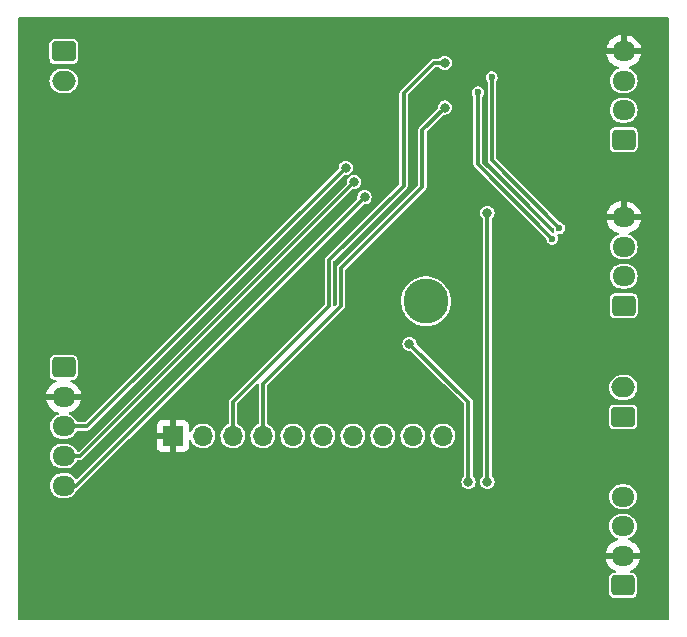
<source format=gbr>
%TF.GenerationSoftware,KiCad,Pcbnew,5.99.0-unknown-5c21f93803~130~ubuntu20.04.1*%
%TF.CreationDate,2021-06-27T12:50:21+02:00*%
%TF.ProjectId,ESP32-Reflow,45535033-322d-4526-9566-6c6f772e6b69,rev?*%
%TF.SameCoordinates,Original*%
%TF.FileFunction,Copper,L2,Bot*%
%TF.FilePolarity,Positive*%
%FSLAX46Y46*%
G04 Gerber Fmt 4.6, Leading zero omitted, Abs format (unit mm)*
G04 Created by KiCad (PCBNEW 5.99.0-unknown-5c21f93803~130~ubuntu20.04.1) date 2021-06-27 12:50:21*
%MOMM*%
%LPD*%
G01*
G04 APERTURE LIST*
G04 Aperture macros list*
%AMRoundRect*
0 Rectangle with rounded corners*
0 $1 Rounding radius*
0 $2 $3 $4 $5 $6 $7 $8 $9 X,Y pos of 4 corners*
0 Add a 4 corners polygon primitive as box body*
4,1,4,$2,$3,$4,$5,$6,$7,$8,$9,$2,$3,0*
0 Add four circle primitives for the rounded corners*
1,1,$1+$1,$2,$3*
1,1,$1+$1,$4,$5*
1,1,$1+$1,$6,$7*
1,1,$1+$1,$8,$9*
0 Add four rect primitives between the rounded corners*
20,1,$1+$1,$2,$3,$4,$5,0*
20,1,$1+$1,$4,$5,$6,$7,0*
20,1,$1+$1,$6,$7,$8,$9,0*
20,1,$1+$1,$8,$9,$2,$3,0*%
G04 Aperture macros list end*
%TA.AperFunction,ComponentPad*%
%ADD10C,3.800000*%
%TD*%
%TA.AperFunction,ComponentPad*%
%ADD11O,1.950000X1.700000*%
%TD*%
%TA.AperFunction,ComponentPad*%
%ADD12RoundRect,0.250000X-0.725000X0.600000X-0.725000X-0.600000X0.725000X-0.600000X0.725000X0.600000X0*%
%TD*%
%TA.AperFunction,ComponentPad*%
%ADD13RoundRect,0.250000X0.725000X-0.600000X0.725000X0.600000X-0.725000X0.600000X-0.725000X-0.600000X0*%
%TD*%
%TA.AperFunction,ComponentPad*%
%ADD14RoundRect,0.250000X-0.750000X0.600000X-0.750000X-0.600000X0.750000X-0.600000X0.750000X0.600000X0*%
%TD*%
%TA.AperFunction,ComponentPad*%
%ADD15O,2.000000X1.700000*%
%TD*%
%TA.AperFunction,ComponentPad*%
%ADD16RoundRect,0.250000X0.750000X-0.600000X0.750000X0.600000X-0.750000X0.600000X-0.750000X-0.600000X0*%
%TD*%
%TA.AperFunction,ComponentPad*%
%ADD17O,1.700000X1.700000*%
%TD*%
%TA.AperFunction,ComponentPad*%
%ADD18R,1.700000X1.700000*%
%TD*%
%TA.AperFunction,ViaPad*%
%ADD19C,0.800000*%
%TD*%
%TA.AperFunction,ViaPad*%
%ADD20C,0.700000*%
%TD*%
%TA.AperFunction,ViaPad*%
%ADD21C,0.600000*%
%TD*%
%TA.AperFunction,Conductor*%
%ADD22C,0.300000*%
%TD*%
G04 APERTURE END LIST*
D10*
%TO.P,REF\u002A\u002A,1*%
%TO.N,N/C*%
X139000000Y-100200000D03*
%TD*%
D11*
%TO.P,J7,5,Pin_5*%
%TO.N,RT_CLK*%
X108325000Y-115800000D03*
%TO.P,J7,4,Pin_4*%
%TO.N,RT_DT*%
X108325000Y-113300000D03*
%TO.P,J7,3,Pin_3*%
%TO.N,RT_SW*%
X108325000Y-110800000D03*
%TO.P,J7,2,Pin_2*%
%TO.N,+3V3*%
X108325000Y-108300000D03*
D12*
%TO.P,J7,1,Pin_1*%
%TO.N,GND*%
X108325000Y-105800000D03*
%TD*%
D13*
%TO.P,J6,1,Pin_1*%
%TO.N,GND*%
X155675000Y-124250000D03*
D11*
%TO.P,J6,2,Pin_2*%
%TO.N,+3V3*%
X155675000Y-121750000D03*
%TO.P,J6,3,Pin_3*%
%TO.N,DIMMER_OUT*%
X155675000Y-119250000D03*
%TO.P,J6,4,Pin_4*%
%TO.N,DIMMER_ZC*%
X155675000Y-116750000D03*
%TD*%
D13*
%TO.P,J5,1,Pin_1*%
%TO.N,GND*%
X155740000Y-86520000D03*
D11*
%TO.P,J5,2,Pin_2*%
%TO.N,SDA*%
X155740000Y-84020000D03*
%TO.P,J5,3,Pin_3*%
%TO.N,SCL*%
X155740000Y-81520000D03*
%TO.P,J5,4,Pin_4*%
%TO.N,+3V3*%
X155740000Y-79020000D03*
%TD*%
D13*
%TO.P,J4,1,Pin_1*%
%TO.N,RX*%
X155745000Y-100580000D03*
D11*
%TO.P,J4,2,Pin_2*%
%TO.N,TX*%
X155745000Y-98080000D03*
%TO.P,J4,3,Pin_3*%
%TO.N,GND*%
X155745000Y-95580000D03*
%TO.P,J4,4,Pin_4*%
%TO.N,+3V3*%
X155745000Y-93080000D03*
%TD*%
D14*
%TO.P,J3,1,Pin_1*%
%TO.N,GND*%
X108325000Y-79050000D03*
D15*
%TO.P,J3,2,Pin_2*%
%TO.N,VCC*%
X108325000Y-81550000D03*
%TD*%
D16*
%TO.P,J2,1,Pin_1*%
%TO.N,A0*%
X155700000Y-110000000D03*
D15*
%TO.P,J2,2,Pin_2*%
%TO.N,GND*%
X155700000Y-107500000D03*
%TD*%
D17*
%TO.P,J1,10,Pin_10*%
%TO.N,A3*%
X140435000Y-111600000D03*
%TO.P,J1,9,Pin_9*%
%TO.N,A2*%
X137895000Y-111600000D03*
%TO.P,J1,8,Pin_8*%
%TO.N,A1*%
X135355000Y-111600000D03*
%TO.P,J1,7,Pin_7*%
%TO.N,A0*%
X132815000Y-111600000D03*
%TO.P,J1,6,Pin_6*%
%TO.N,unconnected-(J1-Pad6)*%
X130275000Y-111600000D03*
%TO.P,J1,5,Pin_5*%
%TO.N,unconnected-(J1-Pad5)*%
X127735000Y-111600000D03*
%TO.P,J1,4,Pin_4*%
%TO.N,SDA*%
X125195000Y-111600000D03*
%TO.P,J1,3,Pin_3*%
%TO.N,SCL*%
X122655000Y-111600000D03*
%TO.P,J1,2,Pin_2*%
%TO.N,GND*%
X120115000Y-111600000D03*
D18*
%TO.P,J1,1,Pin_1*%
%TO.N,+3V3*%
X117575000Y-111600000D03*
%TD*%
D19*
%TO.N,RT_SW*%
X132200000Y-88900000D03*
%TO.N,RT_DT*%
X132900000Y-90100000D03*
%TO.N,RT_CLK*%
X133800000Y-91400000D03*
%TO.N,DIMMER_OUT*%
X137600000Y-103800000D03*
X142600000Y-115500000D03*
%TO.N,DIMMER_ZC*%
X144200000Y-92700000D03*
X144200000Y-115500000D03*
%TO.N,SCL*%
X140600000Y-80000000D03*
%TO.N,SDA*%
X140600000Y-83800000D03*
D20*
%TO.N,+3V3*%
X127500000Y-100800000D03*
D21*
X132800000Y-99500000D03*
%TO.N,TX*%
X144570000Y-81240000D03*
X150300000Y-94000000D03*
%TO.N,RX*%
X143395000Y-82515000D03*
X149700000Y-94900000D03*
D20*
%TO.N,+3V3*%
X115470000Y-103375000D03*
D21*
X126482000Y-79057000D03*
X131787000Y-78705000D03*
X144799000Y-78705000D03*
X150670000Y-78240000D03*
X119878000Y-77279000D03*
X118810000Y-86975000D03*
X150670000Y-80900000D03*
%TD*%
D22*
%TO.N,RT_CLK*%
X133800000Y-91400000D02*
X109400000Y-115800000D01*
X109400000Y-115800000D02*
X108325000Y-115800000D01*
%TO.N,RT_DT*%
X109700000Y-113300000D02*
X132900000Y-90100000D01*
%TO.N,RT_SW*%
X110300000Y-110800000D02*
X132200000Y-88900000D01*
%TO.N,SDA*%
X125195000Y-111600000D02*
X125195000Y-107205000D01*
X125195000Y-107205000D02*
X131800000Y-100600000D01*
X131800000Y-100600000D02*
X131800000Y-97400000D01*
X131800000Y-97400000D02*
X138700000Y-90500000D01*
X138700000Y-90500000D02*
X138700000Y-85700000D01*
X138700000Y-85700000D02*
X140600000Y-83800000D01*
%TO.N,SCL*%
X122655000Y-111600000D02*
X122655000Y-108726452D01*
X122655000Y-108726452D02*
X130800000Y-100581452D01*
X137100000Y-90400000D02*
X137100000Y-82600000D01*
X130800000Y-100581452D02*
X130800000Y-96700000D01*
X130800000Y-96700000D02*
X137100000Y-90400000D01*
X137100000Y-82600000D02*
X139700000Y-80000000D01*
X139700000Y-80000000D02*
X140600000Y-80000000D01*
%TO.N,RT_SW*%
X108325000Y-110800000D02*
X110300000Y-110800000D01*
%TO.N,RT_DT*%
X108325000Y-113300000D02*
X109700000Y-113300000D01*
%TO.N,DIMMER_OUT*%
X137600000Y-103800000D02*
X142600000Y-108700000D01*
X142600000Y-108700000D02*
X142600000Y-115500000D01*
%TO.N,DIMMER_ZC*%
X144200000Y-115500000D02*
X144200000Y-92700000D01*
%TO.N,TX*%
X150300000Y-94000000D02*
X144570000Y-88275000D01*
X144570000Y-88275000D02*
X144570000Y-81240000D01*
%TO.N,RX*%
X149700000Y-94900000D02*
X143370000Y-88575000D01*
X143370000Y-88575000D02*
X143370000Y-82540000D01*
%TD*%
%TA.AperFunction,Conductor*%
%TO.N,+3V3*%
G36*
X159529191Y-76158907D02*
G01*
X159565155Y-76208407D01*
X159570000Y-76239000D01*
X159570000Y-127091000D01*
X159551093Y-127149191D01*
X159501593Y-127185155D01*
X159471000Y-127190000D01*
X104569000Y-127190000D01*
X104510809Y-127171093D01*
X104474845Y-127121593D01*
X104470000Y-127091000D01*
X104470000Y-122016693D01*
X154218265Y-122016693D01*
X154243626Y-122137562D01*
X154246029Y-122145575D01*
X154327608Y-122352145D01*
X154331317Y-122359618D01*
X154446536Y-122549492D01*
X154451456Y-122556239D01*
X154597015Y-122723981D01*
X154603009Y-122729810D01*
X154774739Y-122870620D01*
X154781641Y-122875363D01*
X154974640Y-122985225D01*
X154982230Y-122988732D01*
X155033772Y-123007441D01*
X155082019Y-123045068D01*
X155098936Y-123103869D01*
X155078059Y-123161382D01*
X155027364Y-123195641D01*
X154999993Y-123199500D01*
X154916742Y-123199500D01*
X154880303Y-123204978D01*
X154823386Y-123213535D01*
X154823384Y-123213536D01*
X154816065Y-123214636D01*
X154809394Y-123217839D01*
X154809392Y-123217840D01*
X154700639Y-123270063D01*
X154693971Y-123273265D01*
X154594514Y-123365202D01*
X154590797Y-123371602D01*
X154530205Y-123475917D01*
X154530204Y-123475920D01*
X154526487Y-123482319D01*
X154499500Y-123598748D01*
X154499500Y-124883258D01*
X154514636Y-124983935D01*
X154517839Y-124990606D01*
X154517840Y-124990608D01*
X154533915Y-125024083D01*
X154573265Y-125106029D01*
X154665202Y-125205486D01*
X154715300Y-125234585D01*
X154775917Y-125269795D01*
X154775920Y-125269796D01*
X154782319Y-125273513D01*
X154819624Y-125282160D01*
X154893246Y-125299225D01*
X154893249Y-125299225D01*
X154898748Y-125300500D01*
X156433258Y-125300500D01*
X156469697Y-125295022D01*
X156526614Y-125286465D01*
X156526616Y-125286464D01*
X156533935Y-125285364D01*
X156540606Y-125282161D01*
X156540608Y-125282160D01*
X156649361Y-125229937D01*
X156656029Y-125226735D01*
X156755486Y-125134798D01*
X156784585Y-125084700D01*
X156819795Y-125024083D01*
X156819796Y-125024080D01*
X156823513Y-125017681D01*
X156850500Y-124901252D01*
X156850500Y-123616742D01*
X156835364Y-123516065D01*
X156822624Y-123489533D01*
X156779937Y-123400639D01*
X156776735Y-123393971D01*
X156684798Y-123294514D01*
X156634700Y-123265415D01*
X156574083Y-123230205D01*
X156574080Y-123230204D01*
X156567681Y-123226487D01*
X156511803Y-123213535D01*
X156456754Y-123200775D01*
X156456751Y-123200775D01*
X156451252Y-123199500D01*
X156349732Y-123199500D01*
X156291541Y-123180593D01*
X156255577Y-123131093D01*
X156255577Y-123069907D01*
X156291541Y-123020407D01*
X156309071Y-123010235D01*
X156459054Y-122942673D01*
X156466354Y-122938610D01*
X156650575Y-122814585D01*
X156657102Y-122809337D01*
X156817793Y-122656046D01*
X156823330Y-122649787D01*
X156955898Y-122471609D01*
X156960306Y-122464500D01*
X157060960Y-122266529D01*
X157064102Y-122258791D01*
X157129961Y-122046686D01*
X157131754Y-122038532D01*
X157134271Y-122019544D01*
X157131851Y-122006427D01*
X157130567Y-122005205D01*
X157125250Y-122004000D01*
X154231282Y-122004000D01*
X154218728Y-122008079D01*
X154218265Y-122016693D01*
X104470000Y-122016693D01*
X104470000Y-121480456D01*
X154215729Y-121480456D01*
X154218149Y-121493573D01*
X154219433Y-121494795D01*
X154224750Y-121496000D01*
X157118718Y-121496000D01*
X157131272Y-121491921D01*
X157131735Y-121483307D01*
X157106374Y-121362438D01*
X157103971Y-121354425D01*
X157022392Y-121147855D01*
X157018683Y-121140382D01*
X156903464Y-120950508D01*
X156898544Y-120943761D01*
X156752985Y-120776019D01*
X156746991Y-120770190D01*
X156575261Y-120629380D01*
X156568359Y-120624637D01*
X156375360Y-120514775D01*
X156367770Y-120511268D01*
X156159009Y-120435492D01*
X156149604Y-120432954D01*
X156098348Y-120399541D01*
X156076520Y-120342382D01*
X156092458Y-120283309D01*
X156140075Y-120244886D01*
X156146778Y-120242598D01*
X156197581Y-120227259D01*
X156197585Y-120227257D01*
X156202220Y-120225858D01*
X156384105Y-120129148D01*
X156543741Y-119998952D01*
X156552392Y-119988495D01*
X156671966Y-119843955D01*
X156671967Y-119843953D01*
X156675049Y-119840228D01*
X156773027Y-119659023D01*
X156833942Y-119462238D01*
X156834974Y-119452427D01*
X156854968Y-119262185D01*
X156854968Y-119262183D01*
X156855474Y-119257369D01*
X156836804Y-119052219D01*
X156778643Y-118854603D01*
X156757726Y-118814593D01*
X156685452Y-118676344D01*
X156685449Y-118676340D01*
X156683205Y-118672047D01*
X156554126Y-118511505D01*
X156467403Y-118438736D01*
X156400029Y-118382202D01*
X156400025Y-118382199D01*
X156396323Y-118379093D01*
X156215806Y-118279853D01*
X156211192Y-118278389D01*
X156211189Y-118278388D01*
X156024066Y-118219029D01*
X156019451Y-118217565D01*
X156014639Y-118217025D01*
X156014638Y-118217025D01*
X155861151Y-118199809D01*
X155861149Y-118199809D01*
X155858395Y-118199500D01*
X155499007Y-118199500D01*
X155496613Y-118199735D01*
X155496608Y-118199735D01*
X155349796Y-118214130D01*
X155349792Y-118214131D01*
X155344986Y-118214602D01*
X155340361Y-118215998D01*
X155340358Y-118215999D01*
X155272106Y-118236606D01*
X155147780Y-118274142D01*
X154965895Y-118370852D01*
X154806259Y-118501048D01*
X154803175Y-118504776D01*
X154803174Y-118504777D01*
X154794489Y-118515276D01*
X154674951Y-118659772D01*
X154576973Y-118840977D01*
X154516058Y-119037762D01*
X154515553Y-119042569D01*
X154515552Y-119042573D01*
X154514032Y-119057039D01*
X154494526Y-119242631D01*
X154513196Y-119447781D01*
X154571357Y-119645397D01*
X154592274Y-119685407D01*
X154664548Y-119823656D01*
X154664551Y-119823660D01*
X154666795Y-119827953D01*
X154795874Y-119988495D01*
X154882597Y-120061264D01*
X154949971Y-120117798D01*
X154949975Y-120117801D01*
X154953677Y-120120907D01*
X155134194Y-120220147D01*
X155138808Y-120221611D01*
X155138811Y-120221612D01*
X155190232Y-120237923D01*
X155213565Y-120245325D01*
X155263315Y-120280943D01*
X155282628Y-120339000D01*
X155264127Y-120397321D01*
X155214879Y-120433630D01*
X155208502Y-120435516D01*
X155101318Y-120463336D01*
X155093446Y-120466108D01*
X154890946Y-120557327D01*
X154883646Y-120561390D01*
X154699425Y-120685415D01*
X154692898Y-120690663D01*
X154532207Y-120843954D01*
X154526670Y-120850213D01*
X154394102Y-121028391D01*
X154389694Y-121035500D01*
X154289040Y-121233471D01*
X154285898Y-121241209D01*
X154220039Y-121453314D01*
X154218246Y-121461468D01*
X154215729Y-121480456D01*
X104470000Y-121480456D01*
X104470000Y-115792631D01*
X107144526Y-115792631D01*
X107150714Y-115860628D01*
X107152678Y-115882202D01*
X107163196Y-115997781D01*
X107164562Y-116002423D01*
X107164563Y-116002427D01*
X107215749Y-116176344D01*
X107221357Y-116195397D01*
X107242274Y-116235407D01*
X107314548Y-116373656D01*
X107314551Y-116373660D01*
X107316795Y-116377953D01*
X107445874Y-116538495D01*
X107532597Y-116611264D01*
X107599971Y-116667798D01*
X107599975Y-116667801D01*
X107603677Y-116670907D01*
X107784194Y-116770147D01*
X107788808Y-116771611D01*
X107788811Y-116771612D01*
X107965305Y-116827599D01*
X107980549Y-116832435D01*
X107985361Y-116832975D01*
X107985362Y-116832975D01*
X108138849Y-116850191D01*
X108138851Y-116850191D01*
X108141605Y-116850500D01*
X108500993Y-116850500D01*
X108503387Y-116850265D01*
X108503392Y-116850265D01*
X108650204Y-116835870D01*
X108650208Y-116835869D01*
X108655014Y-116835398D01*
X108659639Y-116834002D01*
X108659642Y-116834001D01*
X108727894Y-116813394D01*
X108852220Y-116775858D01*
X108914711Y-116742631D01*
X154494526Y-116742631D01*
X154497343Y-116773586D01*
X154502566Y-116830971D01*
X154513196Y-116947781D01*
X154571357Y-117145397D01*
X154592274Y-117185407D01*
X154664548Y-117323656D01*
X154664551Y-117323660D01*
X154666795Y-117327953D01*
X154795874Y-117488495D01*
X154882597Y-117561264D01*
X154949971Y-117617798D01*
X154949975Y-117617801D01*
X154953677Y-117620907D01*
X155134194Y-117720147D01*
X155138808Y-117721611D01*
X155138811Y-117721612D01*
X155315305Y-117777599D01*
X155330549Y-117782435D01*
X155335361Y-117782975D01*
X155335362Y-117782975D01*
X155488849Y-117800191D01*
X155488851Y-117800191D01*
X155491605Y-117800500D01*
X155850993Y-117800500D01*
X155853387Y-117800265D01*
X155853392Y-117800265D01*
X156000204Y-117785870D01*
X156000208Y-117785869D01*
X156005014Y-117785398D01*
X156009639Y-117784002D01*
X156009642Y-117784001D01*
X156077894Y-117763394D01*
X156202220Y-117725858D01*
X156384105Y-117629148D01*
X156543741Y-117498952D01*
X156552392Y-117488495D01*
X156671966Y-117343955D01*
X156671967Y-117343953D01*
X156675049Y-117340228D01*
X156773027Y-117159023D01*
X156833942Y-116962238D01*
X156834974Y-116952427D01*
X156854968Y-116762185D01*
X156854968Y-116762183D01*
X156855474Y-116757369D01*
X156847605Y-116670907D01*
X156837243Y-116557039D01*
X156837242Y-116557036D01*
X156836804Y-116552219D01*
X156787876Y-116385972D01*
X156780011Y-116359250D01*
X156780010Y-116359247D01*
X156778643Y-116354603D01*
X156697657Y-116199691D01*
X156685452Y-116176344D01*
X156685449Y-116176340D01*
X156683205Y-116172047D01*
X156672238Y-116158406D01*
X156557158Y-116015276D01*
X156554126Y-116011505D01*
X156454791Y-115928153D01*
X156400029Y-115882202D01*
X156400025Y-115882199D01*
X156396323Y-115879093D01*
X156215806Y-115779853D01*
X156211192Y-115778389D01*
X156211189Y-115778388D01*
X156024066Y-115719029D01*
X156019451Y-115717565D01*
X156014639Y-115717025D01*
X156014638Y-115717025D01*
X155861151Y-115699809D01*
X155861149Y-115699809D01*
X155858395Y-115699500D01*
X155499007Y-115699500D01*
X155496613Y-115699735D01*
X155496608Y-115699735D01*
X155349796Y-115714130D01*
X155349792Y-115714131D01*
X155344986Y-115714602D01*
X155340361Y-115715998D01*
X155340358Y-115715999D01*
X155272106Y-115736606D01*
X155147780Y-115774142D01*
X154965895Y-115870852D01*
X154806259Y-116001048D01*
X154803175Y-116004776D01*
X154803174Y-116004777D01*
X154691899Y-116139286D01*
X154674951Y-116159772D01*
X154576973Y-116340977D01*
X154516058Y-116537762D01*
X154515553Y-116542569D01*
X154515552Y-116542573D01*
X154514032Y-116557039D01*
X154494526Y-116742631D01*
X108914711Y-116742631D01*
X109034105Y-116679148D01*
X109193741Y-116548952D01*
X109202998Y-116537762D01*
X109321966Y-116393955D01*
X109321967Y-116393953D01*
X109325049Y-116390228D01*
X109423027Y-116209023D01*
X109424456Y-116204406D01*
X109426337Y-116199932D01*
X109428542Y-116200859D01*
X109458480Y-116158406D01*
X109490174Y-116142602D01*
X109491056Y-116142346D01*
X109499182Y-116141384D01*
X109506164Y-116138031D01*
X109507513Y-116137605D01*
X109515153Y-116136333D01*
X109532714Y-116126858D01*
X109557197Y-116113648D01*
X109561351Y-116111532D01*
X109598796Y-116093550D01*
X109598797Y-116093549D01*
X109604414Y-116090852D01*
X109607022Y-116088660D01*
X109608533Y-116087149D01*
X109610120Y-116085694D01*
X109610227Y-116085811D01*
X109612499Y-116083808D01*
X109617888Y-116080900D01*
X109654537Y-116041254D01*
X109657230Y-116038452D01*
X113833439Y-111862243D01*
X116212000Y-111862243D01*
X116212000Y-112448236D01*
X116212126Y-112451756D01*
X116216843Y-112517715D01*
X116218717Y-112528100D01*
X116256364Y-112656314D01*
X116262187Y-112669065D01*
X116333472Y-112779987D01*
X116342651Y-112790581D01*
X116442299Y-112876926D01*
X116454090Y-112884504D01*
X116574029Y-112939278D01*
X116587484Y-112943228D01*
X116721491Y-112962495D01*
X116728543Y-112963000D01*
X117305320Y-112963000D01*
X117318005Y-112958878D01*
X117321000Y-112954757D01*
X117321000Y-111869680D01*
X117316878Y-111856995D01*
X117312757Y-111854000D01*
X116227680Y-111854000D01*
X116214995Y-111858122D01*
X116212000Y-111862243D01*
X113833439Y-111862243D01*
X114942139Y-110753543D01*
X116212000Y-110753543D01*
X116212000Y-111330320D01*
X116216122Y-111343005D01*
X116220243Y-111346000D01*
X117305320Y-111346000D01*
X117318005Y-111341878D01*
X117321000Y-111337757D01*
X117321000Y-110252680D01*
X117318583Y-110245243D01*
X117829000Y-110245243D01*
X117829000Y-112947320D01*
X117833122Y-112960005D01*
X117837243Y-112963000D01*
X118423236Y-112963000D01*
X118426756Y-112962874D01*
X118492715Y-112958157D01*
X118503100Y-112956283D01*
X118631314Y-112918636D01*
X118644065Y-112912813D01*
X118754987Y-112841528D01*
X118765581Y-112832349D01*
X118851926Y-112732701D01*
X118859504Y-112720910D01*
X118914278Y-112600971D01*
X118918228Y-112587516D01*
X118937495Y-112453509D01*
X118938000Y-112446457D01*
X118938000Y-112010765D01*
X118956907Y-111952574D01*
X119006407Y-111916610D01*
X119067593Y-111916610D01*
X119117093Y-111952574D01*
X119130228Y-111979507D01*
X119130504Y-111979398D01*
X119131925Y-111982987D01*
X119132165Y-111983479D01*
X119133621Y-111988555D01*
X119227782Y-112171773D01*
X119355737Y-112333212D01*
X119512612Y-112466723D01*
X119516835Y-112469083D01*
X119516839Y-112469086D01*
X119603851Y-112517715D01*
X119692432Y-112567221D01*
X119697030Y-112568715D01*
X119883742Y-112629382D01*
X119883745Y-112629383D01*
X119888347Y-112630878D01*
X120092895Y-112655269D01*
X120097717Y-112654898D01*
X120097720Y-112654898D01*
X120293458Y-112639837D01*
X120293463Y-112639836D01*
X120298286Y-112639465D01*
X120496695Y-112584068D01*
X120527089Y-112568715D01*
X120676244Y-112493371D01*
X120676246Y-112493370D01*
X120680565Y-112491188D01*
X120842893Y-112364363D01*
X120846055Y-112360700D01*
X120846060Y-112360695D01*
X120974332Y-112212089D01*
X120977496Y-112208424D01*
X121000766Y-112167463D01*
X121076858Y-112033517D01*
X121076859Y-112033514D01*
X121079247Y-112029311D01*
X121085417Y-112010765D01*
X121142743Y-111838435D01*
X121142743Y-111838433D01*
X121144270Y-111833844D01*
X121149154Y-111795187D01*
X121169740Y-111632225D01*
X121170088Y-111629471D01*
X121170500Y-111600000D01*
X121169055Y-111585263D01*
X121599603Y-111585263D01*
X121606795Y-111670907D01*
X121615725Y-111777256D01*
X121616840Y-111790538D01*
X121618173Y-111795186D01*
X121618173Y-111795187D01*
X121671027Y-111979507D01*
X121673621Y-111988555D01*
X121767782Y-112171773D01*
X121895737Y-112333212D01*
X122052612Y-112466723D01*
X122056835Y-112469083D01*
X122056839Y-112469086D01*
X122143851Y-112517715D01*
X122232432Y-112567221D01*
X122237030Y-112568715D01*
X122423742Y-112629382D01*
X122423745Y-112629383D01*
X122428347Y-112630878D01*
X122632895Y-112655269D01*
X122637717Y-112654898D01*
X122637720Y-112654898D01*
X122833458Y-112639837D01*
X122833463Y-112639836D01*
X122838286Y-112639465D01*
X123036695Y-112584068D01*
X123067089Y-112568715D01*
X123216244Y-112493371D01*
X123216246Y-112493370D01*
X123220565Y-112491188D01*
X123382893Y-112364363D01*
X123386055Y-112360700D01*
X123386060Y-112360695D01*
X123514332Y-112212089D01*
X123517496Y-112208424D01*
X123540766Y-112167463D01*
X123616858Y-112033517D01*
X123616859Y-112033514D01*
X123619247Y-112029311D01*
X123625417Y-112010765D01*
X123682743Y-111838435D01*
X123682743Y-111838433D01*
X123684270Y-111833844D01*
X123689154Y-111795187D01*
X123709740Y-111632225D01*
X123710088Y-111629471D01*
X123710500Y-111600000D01*
X123704774Y-111541603D01*
X123690870Y-111399796D01*
X123690869Y-111399792D01*
X123690398Y-111394986D01*
X123688962Y-111390228D01*
X123635537Y-111213278D01*
X123630858Y-111197780D01*
X123534148Y-111015895D01*
X123403952Y-110856259D01*
X123327039Y-110792631D01*
X123248955Y-110728034D01*
X123248953Y-110728033D01*
X123245228Y-110724951D01*
X123064023Y-110626973D01*
X123064178Y-110626685D01*
X123019816Y-110588389D01*
X123005500Y-110537109D01*
X123005500Y-108912642D01*
X123024407Y-108854451D01*
X123034496Y-108842638D01*
X124675496Y-107201638D01*
X124730013Y-107173861D01*
X124790445Y-107183432D01*
X124833710Y-107226697D01*
X124844500Y-107271642D01*
X124844500Y-110537929D01*
X124825593Y-110596120D01*
X124791366Y-110625663D01*
X124621344Y-110714548D01*
X124621340Y-110714551D01*
X124617047Y-110716795D01*
X124613271Y-110719831D01*
X124613268Y-110719833D01*
X124460276Y-110842842D01*
X124456505Y-110845874D01*
X124383736Y-110932597D01*
X124327202Y-110999971D01*
X124327199Y-110999975D01*
X124324093Y-111003677D01*
X124224853Y-111184194D01*
X124223389Y-111188808D01*
X124223388Y-111188811D01*
X124174832Y-111341878D01*
X124162565Y-111380549D01*
X124162025Y-111385361D01*
X124162025Y-111385362D01*
X124143333Y-111552012D01*
X124139603Y-111585263D01*
X124146795Y-111670907D01*
X124155725Y-111777256D01*
X124156840Y-111790538D01*
X124158173Y-111795186D01*
X124158173Y-111795187D01*
X124211027Y-111979507D01*
X124213621Y-111988555D01*
X124307782Y-112171773D01*
X124435737Y-112333212D01*
X124592612Y-112466723D01*
X124596835Y-112469083D01*
X124596839Y-112469086D01*
X124683851Y-112517715D01*
X124772432Y-112567221D01*
X124777030Y-112568715D01*
X124963742Y-112629382D01*
X124963745Y-112629383D01*
X124968347Y-112630878D01*
X125172895Y-112655269D01*
X125177717Y-112654898D01*
X125177720Y-112654898D01*
X125373458Y-112639837D01*
X125373463Y-112639836D01*
X125378286Y-112639465D01*
X125576695Y-112584068D01*
X125607089Y-112568715D01*
X125756244Y-112493371D01*
X125756246Y-112493370D01*
X125760565Y-112491188D01*
X125922893Y-112364363D01*
X125926055Y-112360700D01*
X125926060Y-112360695D01*
X126054332Y-112212089D01*
X126057496Y-112208424D01*
X126080766Y-112167463D01*
X126156858Y-112033517D01*
X126156859Y-112033514D01*
X126159247Y-112029311D01*
X126165417Y-112010765D01*
X126222743Y-111838435D01*
X126222743Y-111838433D01*
X126224270Y-111833844D01*
X126229154Y-111795187D01*
X126249740Y-111632225D01*
X126250088Y-111629471D01*
X126250500Y-111600000D01*
X126249055Y-111585263D01*
X126679603Y-111585263D01*
X126686795Y-111670907D01*
X126695725Y-111777256D01*
X126696840Y-111790538D01*
X126698173Y-111795186D01*
X126698173Y-111795187D01*
X126751027Y-111979507D01*
X126753621Y-111988555D01*
X126847782Y-112171773D01*
X126975737Y-112333212D01*
X127132612Y-112466723D01*
X127136835Y-112469083D01*
X127136839Y-112469086D01*
X127223851Y-112517715D01*
X127312432Y-112567221D01*
X127317030Y-112568715D01*
X127503742Y-112629382D01*
X127503745Y-112629383D01*
X127508347Y-112630878D01*
X127712895Y-112655269D01*
X127717717Y-112654898D01*
X127717720Y-112654898D01*
X127913458Y-112639837D01*
X127913463Y-112639836D01*
X127918286Y-112639465D01*
X128116695Y-112584068D01*
X128147089Y-112568715D01*
X128296244Y-112493371D01*
X128296246Y-112493370D01*
X128300565Y-112491188D01*
X128462893Y-112364363D01*
X128466055Y-112360700D01*
X128466060Y-112360695D01*
X128594332Y-112212089D01*
X128597496Y-112208424D01*
X128620766Y-112167463D01*
X128696858Y-112033517D01*
X128696859Y-112033514D01*
X128699247Y-112029311D01*
X128705417Y-112010765D01*
X128762743Y-111838435D01*
X128762743Y-111838433D01*
X128764270Y-111833844D01*
X128769154Y-111795187D01*
X128789740Y-111632225D01*
X128790088Y-111629471D01*
X128790500Y-111600000D01*
X128789055Y-111585263D01*
X129219603Y-111585263D01*
X129226795Y-111670907D01*
X129235725Y-111777256D01*
X129236840Y-111790538D01*
X129238173Y-111795186D01*
X129238173Y-111795187D01*
X129291027Y-111979507D01*
X129293621Y-111988555D01*
X129387782Y-112171773D01*
X129515737Y-112333212D01*
X129672612Y-112466723D01*
X129676835Y-112469083D01*
X129676839Y-112469086D01*
X129763851Y-112517715D01*
X129852432Y-112567221D01*
X129857030Y-112568715D01*
X130043742Y-112629382D01*
X130043745Y-112629383D01*
X130048347Y-112630878D01*
X130252895Y-112655269D01*
X130257717Y-112654898D01*
X130257720Y-112654898D01*
X130453458Y-112639837D01*
X130453463Y-112639836D01*
X130458286Y-112639465D01*
X130656695Y-112584068D01*
X130687089Y-112568715D01*
X130836244Y-112493371D01*
X130836246Y-112493370D01*
X130840565Y-112491188D01*
X131002893Y-112364363D01*
X131006055Y-112360700D01*
X131006060Y-112360695D01*
X131134332Y-112212089D01*
X131137496Y-112208424D01*
X131160766Y-112167463D01*
X131236858Y-112033517D01*
X131236859Y-112033514D01*
X131239247Y-112029311D01*
X131245417Y-112010765D01*
X131302743Y-111838435D01*
X131302743Y-111838433D01*
X131304270Y-111833844D01*
X131309154Y-111795187D01*
X131329740Y-111632225D01*
X131330088Y-111629471D01*
X131330500Y-111600000D01*
X131329055Y-111585263D01*
X131759603Y-111585263D01*
X131766795Y-111670907D01*
X131775725Y-111777256D01*
X131776840Y-111790538D01*
X131778173Y-111795186D01*
X131778173Y-111795187D01*
X131831027Y-111979507D01*
X131833621Y-111988555D01*
X131927782Y-112171773D01*
X132055737Y-112333212D01*
X132212612Y-112466723D01*
X132216835Y-112469083D01*
X132216839Y-112469086D01*
X132303851Y-112517715D01*
X132392432Y-112567221D01*
X132397030Y-112568715D01*
X132583742Y-112629382D01*
X132583745Y-112629383D01*
X132588347Y-112630878D01*
X132792895Y-112655269D01*
X132797717Y-112654898D01*
X132797720Y-112654898D01*
X132993458Y-112639837D01*
X132993463Y-112639836D01*
X132998286Y-112639465D01*
X133196695Y-112584068D01*
X133227089Y-112568715D01*
X133376244Y-112493371D01*
X133376246Y-112493370D01*
X133380565Y-112491188D01*
X133542893Y-112364363D01*
X133546055Y-112360700D01*
X133546060Y-112360695D01*
X133674332Y-112212089D01*
X133677496Y-112208424D01*
X133700766Y-112167463D01*
X133776858Y-112033517D01*
X133776859Y-112033514D01*
X133779247Y-112029311D01*
X133785417Y-112010765D01*
X133842743Y-111838435D01*
X133842743Y-111838433D01*
X133844270Y-111833844D01*
X133849154Y-111795187D01*
X133869740Y-111632225D01*
X133870088Y-111629471D01*
X133870500Y-111600000D01*
X133869055Y-111585263D01*
X134299603Y-111585263D01*
X134306795Y-111670907D01*
X134315725Y-111777256D01*
X134316840Y-111790538D01*
X134318173Y-111795186D01*
X134318173Y-111795187D01*
X134371027Y-111979507D01*
X134373621Y-111988555D01*
X134467782Y-112171773D01*
X134595737Y-112333212D01*
X134752612Y-112466723D01*
X134756835Y-112469083D01*
X134756839Y-112469086D01*
X134843851Y-112517715D01*
X134932432Y-112567221D01*
X134937030Y-112568715D01*
X135123742Y-112629382D01*
X135123745Y-112629383D01*
X135128347Y-112630878D01*
X135332895Y-112655269D01*
X135337717Y-112654898D01*
X135337720Y-112654898D01*
X135533458Y-112639837D01*
X135533463Y-112639836D01*
X135538286Y-112639465D01*
X135736695Y-112584068D01*
X135767089Y-112568715D01*
X135916244Y-112493371D01*
X135916246Y-112493370D01*
X135920565Y-112491188D01*
X136082893Y-112364363D01*
X136086055Y-112360700D01*
X136086060Y-112360695D01*
X136214332Y-112212089D01*
X136217496Y-112208424D01*
X136240766Y-112167463D01*
X136316858Y-112033517D01*
X136316859Y-112033514D01*
X136319247Y-112029311D01*
X136325417Y-112010765D01*
X136382743Y-111838435D01*
X136382743Y-111838433D01*
X136384270Y-111833844D01*
X136389154Y-111795187D01*
X136409740Y-111632225D01*
X136410088Y-111629471D01*
X136410500Y-111600000D01*
X136409055Y-111585263D01*
X136839603Y-111585263D01*
X136846795Y-111670907D01*
X136855725Y-111777256D01*
X136856840Y-111790538D01*
X136858173Y-111795186D01*
X136858173Y-111795187D01*
X136911027Y-111979507D01*
X136913621Y-111988555D01*
X137007782Y-112171773D01*
X137135737Y-112333212D01*
X137292612Y-112466723D01*
X137296835Y-112469083D01*
X137296839Y-112469086D01*
X137383851Y-112517715D01*
X137472432Y-112567221D01*
X137477030Y-112568715D01*
X137663742Y-112629382D01*
X137663745Y-112629383D01*
X137668347Y-112630878D01*
X137872895Y-112655269D01*
X137877717Y-112654898D01*
X137877720Y-112654898D01*
X138073458Y-112639837D01*
X138073463Y-112639836D01*
X138078286Y-112639465D01*
X138276695Y-112584068D01*
X138307089Y-112568715D01*
X138456244Y-112493371D01*
X138456246Y-112493370D01*
X138460565Y-112491188D01*
X138622893Y-112364363D01*
X138626055Y-112360700D01*
X138626060Y-112360695D01*
X138754332Y-112212089D01*
X138757496Y-112208424D01*
X138780766Y-112167463D01*
X138856858Y-112033517D01*
X138856859Y-112033514D01*
X138859247Y-112029311D01*
X138865417Y-112010765D01*
X138922743Y-111838435D01*
X138922743Y-111838433D01*
X138924270Y-111833844D01*
X138929154Y-111795187D01*
X138949740Y-111632225D01*
X138950088Y-111629471D01*
X138950500Y-111600000D01*
X138949055Y-111585263D01*
X139379603Y-111585263D01*
X139386795Y-111670907D01*
X139395725Y-111777256D01*
X139396840Y-111790538D01*
X139398173Y-111795186D01*
X139398173Y-111795187D01*
X139451027Y-111979507D01*
X139453621Y-111988555D01*
X139547782Y-112171773D01*
X139675737Y-112333212D01*
X139832612Y-112466723D01*
X139836835Y-112469083D01*
X139836839Y-112469086D01*
X139923851Y-112517715D01*
X140012432Y-112567221D01*
X140017030Y-112568715D01*
X140203742Y-112629382D01*
X140203745Y-112629383D01*
X140208347Y-112630878D01*
X140412895Y-112655269D01*
X140417717Y-112654898D01*
X140417720Y-112654898D01*
X140613458Y-112639837D01*
X140613463Y-112639836D01*
X140618286Y-112639465D01*
X140816695Y-112584068D01*
X140847089Y-112568715D01*
X140996244Y-112493371D01*
X140996246Y-112493370D01*
X141000565Y-112491188D01*
X141162893Y-112364363D01*
X141166055Y-112360700D01*
X141166060Y-112360695D01*
X141294332Y-112212089D01*
X141297496Y-112208424D01*
X141320766Y-112167463D01*
X141396858Y-112033517D01*
X141396859Y-112033514D01*
X141399247Y-112029311D01*
X141405417Y-112010765D01*
X141462743Y-111838435D01*
X141462743Y-111838433D01*
X141464270Y-111833844D01*
X141469154Y-111795187D01*
X141489740Y-111632225D01*
X141490088Y-111629471D01*
X141490500Y-111600000D01*
X141484774Y-111541603D01*
X141470870Y-111399796D01*
X141470869Y-111399792D01*
X141470398Y-111394986D01*
X141468962Y-111390228D01*
X141415537Y-111213278D01*
X141410858Y-111197780D01*
X141314148Y-111015895D01*
X141183952Y-110856259D01*
X141107039Y-110792631D01*
X141028955Y-110728034D01*
X141028953Y-110728033D01*
X141025228Y-110724951D01*
X140844023Y-110626973D01*
X140780952Y-110607449D01*
X140651859Y-110567488D01*
X140651855Y-110567487D01*
X140647238Y-110566058D01*
X140642431Y-110565553D01*
X140642427Y-110565552D01*
X140447185Y-110545032D01*
X140447183Y-110545032D01*
X140442369Y-110544526D01*
X140374372Y-110550714D01*
X140242039Y-110562757D01*
X140242036Y-110562758D01*
X140237219Y-110563196D01*
X140232577Y-110564562D01*
X140232573Y-110564563D01*
X140044250Y-110619989D01*
X140044247Y-110619990D01*
X140039603Y-110621357D01*
X140009843Y-110636915D01*
X139861344Y-110714548D01*
X139861340Y-110714551D01*
X139857047Y-110716795D01*
X139853271Y-110719831D01*
X139853268Y-110719833D01*
X139700276Y-110842842D01*
X139696505Y-110845874D01*
X139623736Y-110932597D01*
X139567202Y-110999971D01*
X139567199Y-110999975D01*
X139564093Y-111003677D01*
X139464853Y-111184194D01*
X139463389Y-111188808D01*
X139463388Y-111188811D01*
X139414832Y-111341878D01*
X139402565Y-111380549D01*
X139402025Y-111385361D01*
X139402025Y-111385362D01*
X139383333Y-111552012D01*
X139379603Y-111585263D01*
X138949055Y-111585263D01*
X138944774Y-111541603D01*
X138930870Y-111399796D01*
X138930869Y-111399792D01*
X138930398Y-111394986D01*
X138928962Y-111390228D01*
X138875537Y-111213278D01*
X138870858Y-111197780D01*
X138774148Y-111015895D01*
X138643952Y-110856259D01*
X138567039Y-110792631D01*
X138488955Y-110728034D01*
X138488953Y-110728033D01*
X138485228Y-110724951D01*
X138304023Y-110626973D01*
X138240952Y-110607449D01*
X138111859Y-110567488D01*
X138111855Y-110567487D01*
X138107238Y-110566058D01*
X138102431Y-110565553D01*
X138102427Y-110565552D01*
X137907185Y-110545032D01*
X137907183Y-110545032D01*
X137902369Y-110544526D01*
X137834372Y-110550714D01*
X137702039Y-110562757D01*
X137702036Y-110562758D01*
X137697219Y-110563196D01*
X137692577Y-110564562D01*
X137692573Y-110564563D01*
X137504250Y-110619989D01*
X137504247Y-110619990D01*
X137499603Y-110621357D01*
X137469843Y-110636915D01*
X137321344Y-110714548D01*
X137321340Y-110714551D01*
X137317047Y-110716795D01*
X137313271Y-110719831D01*
X137313268Y-110719833D01*
X137160276Y-110842842D01*
X137156505Y-110845874D01*
X137083736Y-110932597D01*
X137027202Y-110999971D01*
X137027199Y-110999975D01*
X137024093Y-111003677D01*
X136924853Y-111184194D01*
X136923389Y-111188808D01*
X136923388Y-111188811D01*
X136874832Y-111341878D01*
X136862565Y-111380549D01*
X136862025Y-111385361D01*
X136862025Y-111385362D01*
X136843333Y-111552012D01*
X136839603Y-111585263D01*
X136409055Y-111585263D01*
X136404774Y-111541603D01*
X136390870Y-111399796D01*
X136390869Y-111399792D01*
X136390398Y-111394986D01*
X136388962Y-111390228D01*
X136335537Y-111213278D01*
X136330858Y-111197780D01*
X136234148Y-111015895D01*
X136103952Y-110856259D01*
X136027039Y-110792631D01*
X135948955Y-110728034D01*
X135948953Y-110728033D01*
X135945228Y-110724951D01*
X135764023Y-110626973D01*
X135700952Y-110607449D01*
X135571859Y-110567488D01*
X135571855Y-110567487D01*
X135567238Y-110566058D01*
X135562431Y-110565553D01*
X135562427Y-110565552D01*
X135367185Y-110545032D01*
X135367183Y-110545032D01*
X135362369Y-110544526D01*
X135294372Y-110550714D01*
X135162039Y-110562757D01*
X135162036Y-110562758D01*
X135157219Y-110563196D01*
X135152577Y-110564562D01*
X135152573Y-110564563D01*
X134964250Y-110619989D01*
X134964247Y-110619990D01*
X134959603Y-110621357D01*
X134929843Y-110636915D01*
X134781344Y-110714548D01*
X134781340Y-110714551D01*
X134777047Y-110716795D01*
X134773271Y-110719831D01*
X134773268Y-110719833D01*
X134620276Y-110842842D01*
X134616505Y-110845874D01*
X134543736Y-110932597D01*
X134487202Y-110999971D01*
X134487199Y-110999975D01*
X134484093Y-111003677D01*
X134384853Y-111184194D01*
X134383389Y-111188808D01*
X134383388Y-111188811D01*
X134334832Y-111341878D01*
X134322565Y-111380549D01*
X134322025Y-111385361D01*
X134322025Y-111385362D01*
X134303333Y-111552012D01*
X134299603Y-111585263D01*
X133869055Y-111585263D01*
X133864774Y-111541603D01*
X133850870Y-111399796D01*
X133850869Y-111399792D01*
X133850398Y-111394986D01*
X133848962Y-111390228D01*
X133795537Y-111213278D01*
X133790858Y-111197780D01*
X133694148Y-111015895D01*
X133563952Y-110856259D01*
X133487039Y-110792631D01*
X133408955Y-110728034D01*
X133408953Y-110728033D01*
X133405228Y-110724951D01*
X133224023Y-110626973D01*
X133160952Y-110607449D01*
X133031859Y-110567488D01*
X133031855Y-110567487D01*
X133027238Y-110566058D01*
X133022431Y-110565553D01*
X133022427Y-110565552D01*
X132827185Y-110545032D01*
X132827183Y-110545032D01*
X132822369Y-110544526D01*
X132754372Y-110550714D01*
X132622039Y-110562757D01*
X132622036Y-110562758D01*
X132617219Y-110563196D01*
X132612577Y-110564562D01*
X132612573Y-110564563D01*
X132424250Y-110619989D01*
X132424247Y-110619990D01*
X132419603Y-110621357D01*
X132389843Y-110636915D01*
X132241344Y-110714548D01*
X132241340Y-110714551D01*
X132237047Y-110716795D01*
X132233271Y-110719831D01*
X132233268Y-110719833D01*
X132080276Y-110842842D01*
X132076505Y-110845874D01*
X132003736Y-110932597D01*
X131947202Y-110999971D01*
X131947199Y-110999975D01*
X131944093Y-111003677D01*
X131844853Y-111184194D01*
X131843389Y-111188808D01*
X131843388Y-111188811D01*
X131794832Y-111341878D01*
X131782565Y-111380549D01*
X131782025Y-111385361D01*
X131782025Y-111385362D01*
X131763333Y-111552012D01*
X131759603Y-111585263D01*
X131329055Y-111585263D01*
X131324774Y-111541603D01*
X131310870Y-111399796D01*
X131310869Y-111399792D01*
X131310398Y-111394986D01*
X131308962Y-111390228D01*
X131255537Y-111213278D01*
X131250858Y-111197780D01*
X131154148Y-111015895D01*
X131023952Y-110856259D01*
X130947039Y-110792631D01*
X130868955Y-110728034D01*
X130868953Y-110728033D01*
X130865228Y-110724951D01*
X130684023Y-110626973D01*
X130620952Y-110607449D01*
X130491859Y-110567488D01*
X130491855Y-110567487D01*
X130487238Y-110566058D01*
X130482431Y-110565553D01*
X130482427Y-110565552D01*
X130287185Y-110545032D01*
X130287183Y-110545032D01*
X130282369Y-110544526D01*
X130214372Y-110550714D01*
X130082039Y-110562757D01*
X130082036Y-110562758D01*
X130077219Y-110563196D01*
X130072577Y-110564562D01*
X130072573Y-110564563D01*
X129884250Y-110619989D01*
X129884247Y-110619990D01*
X129879603Y-110621357D01*
X129849843Y-110636915D01*
X129701344Y-110714548D01*
X129701340Y-110714551D01*
X129697047Y-110716795D01*
X129693271Y-110719831D01*
X129693268Y-110719833D01*
X129540276Y-110842842D01*
X129536505Y-110845874D01*
X129463736Y-110932597D01*
X129407202Y-110999971D01*
X129407199Y-110999975D01*
X129404093Y-111003677D01*
X129304853Y-111184194D01*
X129303389Y-111188808D01*
X129303388Y-111188811D01*
X129254832Y-111341878D01*
X129242565Y-111380549D01*
X129242025Y-111385361D01*
X129242025Y-111385362D01*
X129223333Y-111552012D01*
X129219603Y-111585263D01*
X128789055Y-111585263D01*
X128784774Y-111541603D01*
X128770870Y-111399796D01*
X128770869Y-111399792D01*
X128770398Y-111394986D01*
X128768962Y-111390228D01*
X128715537Y-111213278D01*
X128710858Y-111197780D01*
X128614148Y-111015895D01*
X128483952Y-110856259D01*
X128407039Y-110792631D01*
X128328955Y-110728034D01*
X128328953Y-110728033D01*
X128325228Y-110724951D01*
X128144023Y-110626973D01*
X128080952Y-110607449D01*
X127951859Y-110567488D01*
X127951855Y-110567487D01*
X127947238Y-110566058D01*
X127942431Y-110565553D01*
X127942427Y-110565552D01*
X127747185Y-110545032D01*
X127747183Y-110545032D01*
X127742369Y-110544526D01*
X127674372Y-110550714D01*
X127542039Y-110562757D01*
X127542036Y-110562758D01*
X127537219Y-110563196D01*
X127532577Y-110564562D01*
X127532573Y-110564563D01*
X127344250Y-110619989D01*
X127344247Y-110619990D01*
X127339603Y-110621357D01*
X127309843Y-110636915D01*
X127161344Y-110714548D01*
X127161340Y-110714551D01*
X127157047Y-110716795D01*
X127153271Y-110719831D01*
X127153268Y-110719833D01*
X127000276Y-110842842D01*
X126996505Y-110845874D01*
X126923736Y-110932597D01*
X126867202Y-110999971D01*
X126867199Y-110999975D01*
X126864093Y-111003677D01*
X126764853Y-111184194D01*
X126763389Y-111188808D01*
X126763388Y-111188811D01*
X126714832Y-111341878D01*
X126702565Y-111380549D01*
X126702025Y-111385361D01*
X126702025Y-111385362D01*
X126683333Y-111552012D01*
X126679603Y-111585263D01*
X126249055Y-111585263D01*
X126244774Y-111541603D01*
X126230870Y-111399796D01*
X126230869Y-111399792D01*
X126230398Y-111394986D01*
X126228962Y-111390228D01*
X126175537Y-111213278D01*
X126170858Y-111197780D01*
X126074148Y-111015895D01*
X125943952Y-110856259D01*
X125867039Y-110792631D01*
X125788955Y-110728034D01*
X125788953Y-110728033D01*
X125785228Y-110724951D01*
X125604023Y-110626973D01*
X125604178Y-110626685D01*
X125559816Y-110588389D01*
X125545500Y-110537109D01*
X125545500Y-107391190D01*
X125564407Y-107332999D01*
X125574496Y-107321186D01*
X129095682Y-103800000D01*
X136994500Y-103800000D01*
X137015132Y-103956715D01*
X137075622Y-104102750D01*
X137171847Y-104228153D01*
X137297250Y-104324378D01*
X137443285Y-104384868D01*
X137600000Y-104405500D01*
X137606434Y-104404653D01*
X137655436Y-104398202D01*
X137715597Y-104409352D01*
X137737651Y-104425648D01*
X140542741Y-107174637D01*
X142094719Y-108695575D01*
X142219793Y-108818148D01*
X142248120Y-108872381D01*
X142249500Y-108888855D01*
X142249500Y-114963441D01*
X142230593Y-115021632D01*
X142210768Y-115041982D01*
X142171847Y-115071847D01*
X142075622Y-115197250D01*
X142015132Y-115343285D01*
X141994500Y-115500000D01*
X142015132Y-115656715D01*
X142075622Y-115802750D01*
X142171847Y-115928153D01*
X142297250Y-116024378D01*
X142443285Y-116084868D01*
X142600000Y-116105500D01*
X142756715Y-116084868D01*
X142902750Y-116024378D01*
X143028153Y-115928153D01*
X143124378Y-115802750D01*
X143184868Y-115656715D01*
X143205500Y-115500000D01*
X143184868Y-115343285D01*
X143124378Y-115197250D01*
X143028153Y-115071847D01*
X142989233Y-115041982D01*
X142954577Y-114991559D01*
X142950500Y-114963441D01*
X142950500Y-108746420D01*
X142952512Y-108726562D01*
X142953615Y-108721175D01*
X142953615Y-108721173D01*
X142955256Y-108713159D01*
X142951279Y-108682236D01*
X142950809Y-108677782D01*
X142950500Y-108674044D01*
X142950500Y-108669961D01*
X142947277Y-108650598D01*
X142946748Y-108647009D01*
X142941410Y-108605496D01*
X142941409Y-108605493D01*
X142940365Y-108597375D01*
X142937425Y-108591408D01*
X142936333Y-108584847D01*
X142932447Y-108577645D01*
X142932446Y-108577642D01*
X142912563Y-108540792D01*
X142910883Y-108537537D01*
X142907648Y-108530971D01*
X142888772Y-108492659D01*
X142886554Y-108490073D01*
X142885025Y-108488575D01*
X142883557Y-108487006D01*
X142883693Y-108486879D01*
X142883132Y-108486249D01*
X142880900Y-108482112D01*
X142867957Y-108470147D01*
X142838414Y-108442838D01*
X142836323Y-108440847D01*
X142633013Y-108241603D01*
X138228845Y-103925517D01*
X138200518Y-103871285D01*
X138199985Y-103841888D01*
X138204653Y-103806433D01*
X138205500Y-103800000D01*
X138184868Y-103643285D01*
X138124378Y-103497250D01*
X138028153Y-103371847D01*
X137902750Y-103275622D01*
X137756715Y-103215132D01*
X137600000Y-103194500D01*
X137443285Y-103215132D01*
X137297250Y-103275622D01*
X137171847Y-103371847D01*
X137075622Y-103497250D01*
X137015132Y-103643285D01*
X136994500Y-103800000D01*
X129095682Y-103800000D01*
X132013428Y-100882254D01*
X132029729Y-100869091D01*
X132039256Y-100862939D01*
X132044322Y-100856513D01*
X132044324Y-100856511D01*
X132059898Y-100836756D01*
X132063570Y-100832623D01*
X132063552Y-100832608D01*
X132066203Y-100829479D01*
X132069082Y-100826600D01*
X132071451Y-100823284D01*
X132071455Y-100823280D01*
X132079159Y-100812499D01*
X132081943Y-100808790D01*
X132111527Y-100771263D01*
X132114093Y-100763957D01*
X132114746Y-100762700D01*
X132119249Y-100756398D01*
X132132953Y-100710573D01*
X132134372Y-100706209D01*
X132150206Y-100661121D01*
X132150500Y-100657727D01*
X132150500Y-100655587D01*
X132150592Y-100653455D01*
X132150751Y-100653462D01*
X132150942Y-100650423D01*
X132152697Y-100644556D01*
X132151969Y-100626009D01*
X132150576Y-100590561D01*
X132150500Y-100586675D01*
X132150500Y-100177952D01*
X136894615Y-100177952D01*
X136894809Y-100181317D01*
X136894809Y-100181321D01*
X136909510Y-100436270D01*
X136911102Y-100463889D01*
X136911750Y-100467192D01*
X136934827Y-100584815D01*
X136966243Y-100744943D01*
X137059017Y-101015914D01*
X137187708Y-101271787D01*
X137349933Y-101507827D01*
X137542693Y-101719666D01*
X137762418Y-101903385D01*
X138005044Y-102055584D01*
X138008112Y-102056969D01*
X138008119Y-102056973D01*
X138177611Y-102133501D01*
X138266082Y-102173447D01*
X138269304Y-102174401D01*
X138269311Y-102174404D01*
X138490366Y-102239883D01*
X138540699Y-102254793D01*
X138544021Y-102255301D01*
X138544024Y-102255302D01*
X138820482Y-102297606D01*
X138820485Y-102297606D01*
X138823816Y-102298116D01*
X138827186Y-102298169D01*
X138827187Y-102298169D01*
X138901306Y-102299333D01*
X139110193Y-102302614D01*
X139113529Y-102302210D01*
X139113535Y-102302210D01*
X139391180Y-102268612D01*
X139391187Y-102268611D01*
X139394531Y-102268206D01*
X139397794Y-102267350D01*
X139397799Y-102267349D01*
X139555352Y-102226015D01*
X139671569Y-102195526D01*
X139674679Y-102194238D01*
X139933070Y-102087209D01*
X139933073Y-102087208D01*
X139936179Y-102085921D01*
X139939084Y-102084224D01*
X139939087Y-102084222D01*
X140180555Y-101943120D01*
X140180559Y-101943117D01*
X140183467Y-101941418D01*
X140408854Y-101764691D01*
X140539428Y-101629950D01*
X140605828Y-101561431D01*
X140605829Y-101561430D01*
X140608173Y-101559011D01*
X140622724Y-101539203D01*
X140775737Y-101330899D01*
X140775738Y-101330898D01*
X140777732Y-101328183D01*
X140809986Y-101268780D01*
X140912788Y-101079442D01*
X140914397Y-101076479D01*
X140995087Y-100862939D01*
X141014446Y-100811706D01*
X141014447Y-100811702D01*
X141015636Y-100808556D01*
X141048059Y-100666993D01*
X141078825Y-100532663D01*
X141078826Y-100532656D01*
X141079578Y-100529373D01*
X141084698Y-100472002D01*
X141104866Y-100246024D01*
X141104866Y-100246018D01*
X141105038Y-100244094D01*
X141105500Y-100200000D01*
X141086020Y-99914251D01*
X141081500Y-99892422D01*
X141028622Y-99637088D01*
X141027939Y-99633789D01*
X140932332Y-99363805D01*
X140800969Y-99109294D01*
X140789854Y-99093478D01*
X140638220Y-98877725D01*
X140636281Y-98874966D01*
X140441314Y-98665157D01*
X140438707Y-98663023D01*
X140222290Y-98485886D01*
X140222283Y-98485881D01*
X140219677Y-98483748D01*
X139975470Y-98334098D01*
X139972395Y-98332748D01*
X139972389Y-98332745D01*
X139716296Y-98220329D01*
X139716292Y-98220327D01*
X139713213Y-98218976D01*
X139659214Y-98203594D01*
X139441010Y-98141436D01*
X139441005Y-98141435D01*
X139437758Y-98140510D01*
X139154203Y-98100154D01*
X139150836Y-98100136D01*
X139150831Y-98100136D01*
X139022457Y-98099464D01*
X138867795Y-98098655D01*
X138583832Y-98136039D01*
X138580581Y-98136928D01*
X138580578Y-98136929D01*
X138487436Y-98162410D01*
X138307571Y-98211616D01*
X138044123Y-98323986D01*
X137798363Y-98471070D01*
X137795731Y-98473178D01*
X137795729Y-98473180D01*
X137577471Y-98648038D01*
X137577466Y-98648042D01*
X137574838Y-98650148D01*
X137572517Y-98652594D01*
X137405159Y-98828952D01*
X137377684Y-98857904D01*
X137210551Y-99090495D01*
X137076530Y-99343616D01*
X137075370Y-99346785D01*
X137075369Y-99346788D01*
X137069142Y-99363805D01*
X136978102Y-99612584D01*
X136917087Y-99892422D01*
X136894615Y-100177952D01*
X132150500Y-100177952D01*
X132150500Y-97586190D01*
X132169407Y-97527999D01*
X132179496Y-97516186D01*
X136995682Y-92700000D01*
X143594500Y-92700000D01*
X143615132Y-92856715D01*
X143675622Y-93002750D01*
X143771847Y-93128153D01*
X143777000Y-93132107D01*
X143810767Y-93158017D01*
X143845423Y-93208441D01*
X143849500Y-93236559D01*
X143849500Y-114963441D01*
X143830593Y-115021632D01*
X143810768Y-115041982D01*
X143771847Y-115071847D01*
X143675622Y-115197250D01*
X143615132Y-115343285D01*
X143594500Y-115500000D01*
X143615132Y-115656715D01*
X143675622Y-115802750D01*
X143771847Y-115928153D01*
X143897250Y-116024378D01*
X144043285Y-116084868D01*
X144200000Y-116105500D01*
X144356715Y-116084868D01*
X144502750Y-116024378D01*
X144628153Y-115928153D01*
X144724378Y-115802750D01*
X144784868Y-115656715D01*
X144805500Y-115500000D01*
X144784868Y-115343285D01*
X144724378Y-115197250D01*
X144628153Y-115071847D01*
X144589233Y-115041982D01*
X144554577Y-114991559D01*
X144550500Y-114963441D01*
X144550500Y-109348748D01*
X154499500Y-109348748D01*
X154499500Y-110633258D01*
X154514636Y-110733935D01*
X154517839Y-110740606D01*
X154517840Y-110740608D01*
X154545137Y-110797453D01*
X154573265Y-110856029D01*
X154665202Y-110955486D01*
X154715300Y-110984585D01*
X154775917Y-111019795D01*
X154775920Y-111019796D01*
X154782319Y-111023513D01*
X154819624Y-111032160D01*
X154893246Y-111049225D01*
X154893249Y-111049225D01*
X154898748Y-111050500D01*
X156483258Y-111050500D01*
X156519697Y-111045022D01*
X156576614Y-111036465D01*
X156576616Y-111036464D01*
X156583935Y-111035364D01*
X156590606Y-111032161D01*
X156590608Y-111032160D01*
X156699361Y-110979937D01*
X156706029Y-110976735D01*
X156805486Y-110884798D01*
X156859021Y-110792631D01*
X156869795Y-110774083D01*
X156869796Y-110774080D01*
X156873513Y-110767681D01*
X156900500Y-110651252D01*
X156900500Y-109366742D01*
X156895022Y-109330303D01*
X156886465Y-109273386D01*
X156886464Y-109273384D01*
X156885364Y-109266065D01*
X156872624Y-109239533D01*
X156829937Y-109150639D01*
X156826735Y-109143971D01*
X156734798Y-109044514D01*
X156683125Y-109014500D01*
X156624083Y-108980205D01*
X156624080Y-108980204D01*
X156617681Y-108976487D01*
X156561803Y-108963535D01*
X156506754Y-108950775D01*
X156506751Y-108950775D01*
X156501252Y-108949500D01*
X154916742Y-108949500D01*
X154880303Y-108954978D01*
X154823386Y-108963535D01*
X154823384Y-108963536D01*
X154816065Y-108964636D01*
X154809394Y-108967839D01*
X154809392Y-108967840D01*
X154712224Y-109014500D01*
X154693971Y-109023265D01*
X154594514Y-109115202D01*
X154590797Y-109121602D01*
X154530205Y-109225917D01*
X154530204Y-109225920D01*
X154526487Y-109232319D01*
X154499500Y-109348748D01*
X144550500Y-109348748D01*
X144550500Y-107492631D01*
X154494526Y-107492631D01*
X154495867Y-107507369D01*
X154512523Y-107690382D01*
X154513196Y-107697781D01*
X154514562Y-107702423D01*
X154514563Y-107702427D01*
X154540693Y-107791209D01*
X154571357Y-107895397D01*
X154592274Y-107935407D01*
X154664548Y-108073656D01*
X154664551Y-108073660D01*
X154666795Y-108077953D01*
X154795874Y-108238495D01*
X154882597Y-108311264D01*
X154949971Y-108367798D01*
X154949975Y-108367801D01*
X154953677Y-108370907D01*
X155134194Y-108470147D01*
X155138808Y-108471611D01*
X155138811Y-108471612D01*
X155315305Y-108527599D01*
X155330549Y-108532435D01*
X155335361Y-108532975D01*
X155335362Y-108532975D01*
X155488849Y-108550191D01*
X155488851Y-108550191D01*
X155491605Y-108550500D01*
X155900993Y-108550500D01*
X155903387Y-108550265D01*
X155903392Y-108550265D01*
X156050204Y-108535870D01*
X156050208Y-108535869D01*
X156055014Y-108535398D01*
X156059639Y-108534002D01*
X156059642Y-108534001D01*
X156127894Y-108513394D01*
X156252220Y-108475858D01*
X156434105Y-108379148D01*
X156593741Y-108248952D01*
X156602392Y-108238495D01*
X156721966Y-108093955D01*
X156721967Y-108093953D01*
X156725049Y-108090228D01*
X156823027Y-107909023D01*
X156842551Y-107845952D01*
X156882512Y-107716859D01*
X156882513Y-107716855D01*
X156883942Y-107712238D01*
X156884974Y-107702427D01*
X156904968Y-107512185D01*
X156904968Y-107512183D01*
X156905474Y-107507369D01*
X156895722Y-107400213D01*
X156887243Y-107307039D01*
X156887242Y-107307036D01*
X156886804Y-107302219D01*
X156868688Y-107240663D01*
X156830011Y-107109250D01*
X156830010Y-107109247D01*
X156828643Y-107104603D01*
X156762666Y-106978400D01*
X156735452Y-106926344D01*
X156735449Y-106926340D01*
X156733205Y-106922047D01*
X156706328Y-106888618D01*
X156607158Y-106765276D01*
X156604126Y-106761505D01*
X156484898Y-106661461D01*
X156450029Y-106632202D01*
X156450025Y-106632199D01*
X156446323Y-106629093D01*
X156265806Y-106529853D01*
X156261192Y-106528389D01*
X156261189Y-106528388D01*
X156074066Y-106469029D01*
X156069451Y-106467565D01*
X156064639Y-106467025D01*
X156064638Y-106467025D01*
X155911151Y-106449809D01*
X155911149Y-106449809D01*
X155908395Y-106449500D01*
X155499007Y-106449500D01*
X155496613Y-106449735D01*
X155496608Y-106449735D01*
X155349796Y-106464130D01*
X155349792Y-106464131D01*
X155344986Y-106464602D01*
X155340361Y-106465998D01*
X155340358Y-106465999D01*
X155272106Y-106486606D01*
X155147780Y-106524142D01*
X154965895Y-106620852D01*
X154806259Y-106751048D01*
X154803175Y-106754776D01*
X154803174Y-106754777D01*
X154720793Y-106854359D01*
X154674951Y-106909772D01*
X154576973Y-107090977D01*
X154575544Y-107095594D01*
X154530638Y-107240663D01*
X154516058Y-107287762D01*
X154515553Y-107292569D01*
X154515552Y-107292573D01*
X154504897Y-107393954D01*
X154494526Y-107492631D01*
X144550500Y-107492631D01*
X144550500Y-99928748D01*
X154569500Y-99928748D01*
X154569500Y-101213258D01*
X154584636Y-101313935D01*
X154587839Y-101320606D01*
X154587840Y-101320608D01*
X154603915Y-101354083D01*
X154643265Y-101436029D01*
X154735202Y-101535486D01*
X154779870Y-101561431D01*
X154845917Y-101599795D01*
X154845920Y-101599796D01*
X154852319Y-101603513D01*
X154889624Y-101612160D01*
X154963246Y-101629225D01*
X154963249Y-101629225D01*
X154968748Y-101630500D01*
X156503258Y-101630500D01*
X156539697Y-101625022D01*
X156596614Y-101616465D01*
X156596616Y-101616464D01*
X156603935Y-101615364D01*
X156610606Y-101612161D01*
X156610608Y-101612160D01*
X156719361Y-101559937D01*
X156726029Y-101556735D01*
X156825486Y-101464798D01*
X156854585Y-101414700D01*
X156889795Y-101354083D01*
X156889796Y-101354080D01*
X156893513Y-101347681D01*
X156903032Y-101306614D01*
X156919225Y-101236754D01*
X156919225Y-101236751D01*
X156920500Y-101231252D01*
X156920500Y-99946742D01*
X156912838Y-99895780D01*
X156906465Y-99853386D01*
X156906464Y-99853384D01*
X156905364Y-99846065D01*
X156892624Y-99819533D01*
X156849937Y-99730639D01*
X156846735Y-99723971D01*
X156754798Y-99624514D01*
X156704700Y-99595415D01*
X156644083Y-99560205D01*
X156644080Y-99560204D01*
X156637681Y-99556487D01*
X156581803Y-99543535D01*
X156526754Y-99530775D01*
X156526751Y-99530775D01*
X156521252Y-99529500D01*
X154986742Y-99529500D01*
X154950303Y-99534978D01*
X154893386Y-99543535D01*
X154893384Y-99543536D01*
X154886065Y-99544636D01*
X154879394Y-99547839D01*
X154879392Y-99547840D01*
X154770639Y-99600063D01*
X154763971Y-99603265D01*
X154664514Y-99695202D01*
X154660797Y-99701602D01*
X154600205Y-99805917D01*
X154600204Y-99805920D01*
X154596487Y-99812319D01*
X154594815Y-99819533D01*
X154577142Y-99895780D01*
X154569500Y-99928748D01*
X144550500Y-99928748D01*
X144550500Y-98072631D01*
X154564526Y-98072631D01*
X154565867Y-98087369D01*
X154577175Y-98211616D01*
X154583196Y-98277781D01*
X154584562Y-98282423D01*
X154584563Y-98282427D01*
X154639989Y-98470750D01*
X154641357Y-98475397D01*
X154662274Y-98515407D01*
X154734548Y-98653656D01*
X154734551Y-98653660D01*
X154736795Y-98657953D01*
X154865874Y-98818495D01*
X154930230Y-98872496D01*
X155019971Y-98947798D01*
X155019975Y-98947801D01*
X155023677Y-98950907D01*
X155204194Y-99050147D01*
X155208808Y-99051611D01*
X155208811Y-99051612D01*
X155331386Y-99090495D01*
X155400549Y-99112435D01*
X155405361Y-99112975D01*
X155405362Y-99112975D01*
X155558849Y-99130191D01*
X155558851Y-99130191D01*
X155561605Y-99130500D01*
X155920993Y-99130500D01*
X155923387Y-99130265D01*
X155923392Y-99130265D01*
X156070204Y-99115870D01*
X156070208Y-99115869D01*
X156075014Y-99115398D01*
X156079639Y-99114002D01*
X156079642Y-99114001D01*
X156157497Y-99090495D01*
X156272220Y-99055858D01*
X156454105Y-98959148D01*
X156613741Y-98828952D01*
X156622392Y-98818495D01*
X156741966Y-98673955D01*
X156741967Y-98673953D01*
X156745049Y-98670228D01*
X156843027Y-98489023D01*
X156890439Y-98335860D01*
X156902512Y-98296859D01*
X156902513Y-98296855D01*
X156903942Y-98292238D01*
X156904974Y-98282427D01*
X156924968Y-98092185D01*
X156924968Y-98092183D01*
X156925474Y-98087369D01*
X156906804Y-97882219D01*
X156848643Y-97684603D01*
X156797194Y-97586190D01*
X156755452Y-97506344D01*
X156755449Y-97506340D01*
X156753205Y-97502047D01*
X156624126Y-97341505D01*
X156516788Y-97251438D01*
X156470029Y-97212202D01*
X156470025Y-97212199D01*
X156466323Y-97209093D01*
X156285806Y-97109853D01*
X156281192Y-97108389D01*
X156281189Y-97108388D01*
X156094066Y-97049029D01*
X156089451Y-97047565D01*
X156084639Y-97047025D01*
X156084638Y-97047025D01*
X155931151Y-97029809D01*
X155931149Y-97029809D01*
X155928395Y-97029500D01*
X155569007Y-97029500D01*
X155566613Y-97029735D01*
X155566608Y-97029735D01*
X155419796Y-97044130D01*
X155419792Y-97044131D01*
X155414986Y-97044602D01*
X155410361Y-97045998D01*
X155410358Y-97045999D01*
X155342106Y-97066606D01*
X155217780Y-97104142D01*
X155035895Y-97200852D01*
X154876259Y-97331048D01*
X154873175Y-97334776D01*
X154873174Y-97334777D01*
X154862152Y-97348101D01*
X154744951Y-97489772D01*
X154646973Y-97670977D01*
X154586058Y-97867762D01*
X154585553Y-97872569D01*
X154585552Y-97872573D01*
X154584032Y-97887039D01*
X154564526Y-98072631D01*
X144550500Y-98072631D01*
X144550500Y-93236559D01*
X144569407Y-93178368D01*
X144589233Y-93158017D01*
X144623000Y-93132107D01*
X144628153Y-93128153D01*
X144724378Y-93002750D01*
X144784868Y-92856715D01*
X144805500Y-92700000D01*
X144784868Y-92543285D01*
X144724378Y-92397250D01*
X144628153Y-92271847D01*
X144502750Y-92175622D01*
X144356715Y-92115132D01*
X144200000Y-92094500D01*
X144043285Y-92115132D01*
X143897250Y-92175622D01*
X143771847Y-92271847D01*
X143675622Y-92397250D01*
X143615132Y-92543285D01*
X143594500Y-92700000D01*
X136995682Y-92700000D01*
X138913428Y-90782254D01*
X138929729Y-90769091D01*
X138939256Y-90762939D01*
X138944322Y-90756513D01*
X138944324Y-90756511D01*
X138959898Y-90736756D01*
X138963570Y-90732623D01*
X138963552Y-90732608D01*
X138966203Y-90729479D01*
X138969082Y-90726600D01*
X138971451Y-90723284D01*
X138971455Y-90723280D01*
X138979159Y-90712499D01*
X138981943Y-90708790D01*
X139011527Y-90671263D01*
X139014093Y-90663957D01*
X139014746Y-90662700D01*
X139019249Y-90656398D01*
X139032953Y-90610573D01*
X139034372Y-90606209D01*
X139050206Y-90561121D01*
X139050500Y-90557727D01*
X139050500Y-90555587D01*
X139050592Y-90553455D01*
X139050751Y-90553462D01*
X139050942Y-90550423D01*
X139052697Y-90544556D01*
X139050576Y-90490561D01*
X139050500Y-90486675D01*
X139050500Y-85886190D01*
X139069407Y-85827999D01*
X139079496Y-85816186D01*
X140468436Y-84427246D01*
X140522953Y-84399469D01*
X140551361Y-84399097D01*
X140593565Y-84404653D01*
X140593566Y-84404653D01*
X140600000Y-84405500D01*
X140756715Y-84384868D01*
X140902750Y-84324378D01*
X141028153Y-84228153D01*
X141124378Y-84102750D01*
X141184868Y-83956715D01*
X141205500Y-83800000D01*
X141184868Y-83643285D01*
X141179055Y-83629250D01*
X141126861Y-83503245D01*
X141124378Y-83497250D01*
X141028153Y-83371847D01*
X140902750Y-83275622D01*
X140756715Y-83215132D01*
X140600000Y-83194500D01*
X140443285Y-83215132D01*
X140297250Y-83275622D01*
X140171847Y-83371847D01*
X140075622Y-83497250D01*
X140073139Y-83503245D01*
X140020946Y-83629250D01*
X140015132Y-83643285D01*
X139994500Y-83800000D01*
X139995347Y-83806434D01*
X139995347Y-83806435D01*
X140000903Y-83848639D01*
X139989753Y-83908799D01*
X139972754Y-83931564D01*
X138486572Y-85417746D01*
X138470271Y-85430909D01*
X138460744Y-85437061D01*
X138455678Y-85443487D01*
X138455676Y-85443489D01*
X138440102Y-85463244D01*
X138436430Y-85467377D01*
X138436448Y-85467392D01*
X138433797Y-85470521D01*
X138430918Y-85473400D01*
X138428549Y-85476716D01*
X138428545Y-85476720D01*
X138420841Y-85487501D01*
X138418057Y-85491210D01*
X138388473Y-85528737D01*
X138385905Y-85536048D01*
X138385257Y-85537296D01*
X138380751Y-85543602D01*
X138372872Y-85569949D01*
X138367065Y-85589368D01*
X138365622Y-85593808D01*
X138352850Y-85630178D01*
X138349794Y-85638879D01*
X138349500Y-85642273D01*
X138349500Y-85644412D01*
X138349408Y-85646545D01*
X138349249Y-85646538D01*
X138349058Y-85649580D01*
X138347304Y-85655444D01*
X138347625Y-85663618D01*
X138347625Y-85663619D01*
X138349424Y-85709414D01*
X138349500Y-85713300D01*
X138349500Y-90313811D01*
X138330593Y-90372002D01*
X138320504Y-90383815D01*
X131586572Y-97117746D01*
X131570271Y-97130909D01*
X131560744Y-97137061D01*
X131555678Y-97143487D01*
X131555676Y-97143489D01*
X131540102Y-97163244D01*
X131536430Y-97167377D01*
X131536448Y-97167392D01*
X131533797Y-97170521D01*
X131530918Y-97173400D01*
X131528549Y-97176716D01*
X131528545Y-97176720D01*
X131520841Y-97187501D01*
X131518057Y-97191210D01*
X131488473Y-97228737D01*
X131485905Y-97236048D01*
X131485257Y-97237296D01*
X131480751Y-97243602D01*
X131478408Y-97251438D01*
X131467065Y-97289368D01*
X131465622Y-97293808D01*
X131449794Y-97338879D01*
X131449500Y-97342273D01*
X131449500Y-97344412D01*
X131449408Y-97346545D01*
X131449249Y-97346538D01*
X131449058Y-97349580D01*
X131447304Y-97355444D01*
X131447625Y-97363618D01*
X131447625Y-97363619D01*
X131449424Y-97409414D01*
X131449500Y-97413300D01*
X131449500Y-100413811D01*
X131430593Y-100472002D01*
X131420504Y-100483815D01*
X131319504Y-100584815D01*
X131264987Y-100612592D01*
X131204555Y-100603021D01*
X131161290Y-100559756D01*
X131150500Y-100514811D01*
X131150500Y-96886190D01*
X131169407Y-96827999D01*
X131179496Y-96816186D01*
X137313423Y-90682258D01*
X137329723Y-90669094D01*
X137339256Y-90662939D01*
X137344413Y-90656398D01*
X137359900Y-90636752D01*
X137363569Y-90632623D01*
X137363551Y-90632608D01*
X137366202Y-90629479D01*
X137369081Y-90626600D01*
X137371450Y-90623284D01*
X137371454Y-90623280D01*
X137379148Y-90612513D01*
X137381932Y-90608804D01*
X137411527Y-90571263D01*
X137414093Y-90563955D01*
X137414747Y-90562697D01*
X137419248Y-90556398D01*
X137432947Y-90510590D01*
X137434366Y-90506226D01*
X137450206Y-90461121D01*
X137450500Y-90457727D01*
X137450500Y-90455587D01*
X137450592Y-90453455D01*
X137450751Y-90453462D01*
X137450942Y-90450421D01*
X137452696Y-90444557D01*
X137450576Y-90390586D01*
X137450500Y-90386700D01*
X137450500Y-82786190D01*
X137469407Y-82727999D01*
X137479496Y-82716186D01*
X137686858Y-82508824D01*
X142889538Y-82508824D01*
X142890453Y-82515822D01*
X142899613Y-82585870D01*
X142908121Y-82650939D01*
X142910962Y-82657395D01*
X142910962Y-82657396D01*
X142936831Y-82716186D01*
X142965845Y-82782126D01*
X142996284Y-82818337D01*
X143019253Y-82875045D01*
X143019500Y-82882038D01*
X143019500Y-88526412D01*
X143017291Y-88547210D01*
X143014888Y-88558394D01*
X143015853Y-88566520D01*
X143018809Y-88591410D01*
X143019133Y-88596884D01*
X143019163Y-88596882D01*
X143019500Y-88600958D01*
X143019500Y-88605039D01*
X143020170Y-88609063D01*
X143022358Y-88622206D01*
X143023011Y-88626789D01*
X143027689Y-88666186D01*
X143027690Y-88666189D01*
X143028655Y-88674316D01*
X143032024Y-88681323D01*
X143032391Y-88682483D01*
X143033667Y-88690153D01*
X143056416Y-88732314D01*
X143058475Y-88736352D01*
X143079229Y-88779529D01*
X143081422Y-88782136D01*
X143082944Y-88783657D01*
X143084382Y-88785224D01*
X143084265Y-88785331D01*
X143086218Y-88787546D01*
X143089100Y-88792888D01*
X143095104Y-88798438D01*
X143128875Y-88829656D01*
X143131649Y-88832323D01*
X149170206Y-94866110D01*
X149198393Y-94923303D01*
X149213121Y-95035939D01*
X149215962Y-95042395D01*
X149215962Y-95042396D01*
X149217870Y-95046731D01*
X149270845Y-95167126D01*
X149275382Y-95172523D01*
X149275383Y-95172525D01*
X149283913Y-95182672D01*
X149363068Y-95276838D01*
X149368939Y-95280746D01*
X149368940Y-95280747D01*
X149381235Y-95288931D01*
X149482377Y-95356257D01*
X149489104Y-95358359D01*
X149489107Y-95358360D01*
X149612448Y-95396894D01*
X149612449Y-95396894D01*
X149619180Y-95398997D01*
X149690830Y-95400310D01*
X149755427Y-95401495D01*
X149755429Y-95401495D01*
X149762481Y-95401624D01*
X149769284Y-95399769D01*
X149769286Y-95399769D01*
X149833657Y-95382219D01*
X149900758Y-95363925D01*
X150022897Y-95288931D01*
X150119078Y-95182672D01*
X150181570Y-95053689D01*
X150184557Y-95035939D01*
X150204715Y-94916120D01*
X150204715Y-94916117D01*
X150205349Y-94912350D01*
X150205500Y-94900000D01*
X150185182Y-94758123D01*
X150164303Y-94712202D01*
X150131032Y-94639025D01*
X150124159Y-94578227D01*
X150154335Y-94525000D01*
X150210033Y-94499676D01*
X150222962Y-94499066D01*
X150301675Y-94500509D01*
X150355427Y-94501495D01*
X150355429Y-94501495D01*
X150362481Y-94501624D01*
X150369284Y-94499769D01*
X150369286Y-94499769D01*
X150416065Y-94487015D01*
X150500758Y-94463925D01*
X150622897Y-94388931D01*
X150633843Y-94376838D01*
X150714346Y-94287900D01*
X150714346Y-94287899D01*
X150719078Y-94282672D01*
X150781570Y-94153689D01*
X150784557Y-94135939D01*
X150804715Y-94016120D01*
X150804715Y-94016117D01*
X150805349Y-94012350D01*
X150805500Y-94000000D01*
X150785182Y-93858123D01*
X150756255Y-93794500D01*
X150728780Y-93734073D01*
X150728780Y-93734072D01*
X150725860Y-93727651D01*
X150632303Y-93619074D01*
X150512033Y-93541118D01*
X150505275Y-93539097D01*
X150505273Y-93539096D01*
X150381479Y-93502074D01*
X150374718Y-93500052D01*
X150357466Y-93499947D01*
X150335653Y-93499813D01*
X150277579Y-93480550D01*
X150266286Y-93470849D01*
X150142022Y-93346693D01*
X154288265Y-93346693D01*
X154313626Y-93467562D01*
X154316029Y-93475575D01*
X154397608Y-93682145D01*
X154401317Y-93689618D01*
X154516536Y-93879492D01*
X154521456Y-93886239D01*
X154667015Y-94053981D01*
X154673009Y-94059810D01*
X154844739Y-94200620D01*
X154851641Y-94205363D01*
X155044640Y-94315225D01*
X155052230Y-94318732D01*
X155260991Y-94394508D01*
X155270396Y-94397046D01*
X155321652Y-94430459D01*
X155343480Y-94487618D01*
X155327542Y-94546691D01*
X155279925Y-94585114D01*
X155273222Y-94587402D01*
X155222419Y-94602741D01*
X155222415Y-94602743D01*
X155217780Y-94604142D01*
X155035895Y-94700852D01*
X154876259Y-94831048D01*
X154873175Y-94834776D01*
X154873174Y-94834777D01*
X154864489Y-94845276D01*
X154744951Y-94989772D01*
X154646973Y-95170977D01*
X154641317Y-95189250D01*
X154588388Y-95360236D01*
X154586058Y-95367762D01*
X154585553Y-95372569D01*
X154585552Y-95372573D01*
X154582499Y-95401624D01*
X154564526Y-95572631D01*
X154583196Y-95777781D01*
X154641357Y-95975397D01*
X154662274Y-96015407D01*
X154734548Y-96153656D01*
X154734551Y-96153660D01*
X154736795Y-96157953D01*
X154865874Y-96318495D01*
X154952597Y-96391264D01*
X155019971Y-96447798D01*
X155019975Y-96447801D01*
X155023677Y-96450907D01*
X155204194Y-96550147D01*
X155208808Y-96551611D01*
X155208811Y-96551612D01*
X155385305Y-96607599D01*
X155400549Y-96612435D01*
X155405361Y-96612975D01*
X155405362Y-96612975D01*
X155558849Y-96630191D01*
X155558851Y-96630191D01*
X155561605Y-96630500D01*
X155920993Y-96630500D01*
X155923387Y-96630265D01*
X155923392Y-96630265D01*
X156070204Y-96615870D01*
X156070208Y-96615869D01*
X156075014Y-96615398D01*
X156079639Y-96614002D01*
X156079642Y-96614001D01*
X156147894Y-96593394D01*
X156272220Y-96555858D01*
X156454105Y-96459148D01*
X156613741Y-96328952D01*
X156622392Y-96318495D01*
X156741966Y-96173955D01*
X156741967Y-96173953D01*
X156745049Y-96170228D01*
X156843027Y-95989023D01*
X156903942Y-95792238D01*
X156904974Y-95782427D01*
X156924968Y-95592185D01*
X156924968Y-95592183D01*
X156925474Y-95587369D01*
X156908570Y-95401624D01*
X156907243Y-95387039D01*
X156907242Y-95387036D01*
X156906804Y-95382219D01*
X156901966Y-95365779D01*
X156850011Y-95189250D01*
X156850010Y-95189247D01*
X156848643Y-95184603D01*
X156780203Y-95053689D01*
X156755452Y-95006344D01*
X156755449Y-95006340D01*
X156753205Y-95002047D01*
X156674234Y-94903826D01*
X156627158Y-94845276D01*
X156624126Y-94841505D01*
X156517103Y-94751702D01*
X156470029Y-94712202D01*
X156470025Y-94712199D01*
X156466323Y-94709093D01*
X156285806Y-94609853D01*
X156281192Y-94608389D01*
X156281189Y-94608388D01*
X156207819Y-94585114D01*
X156206435Y-94584675D01*
X156156685Y-94549057D01*
X156137372Y-94491000D01*
X156155873Y-94432679D01*
X156205121Y-94396370D01*
X156211498Y-94394484D01*
X156318682Y-94366664D01*
X156326554Y-94363892D01*
X156529054Y-94272673D01*
X156536354Y-94268610D01*
X156720575Y-94144585D01*
X156727102Y-94139337D01*
X156887793Y-93986046D01*
X156893330Y-93979787D01*
X157025898Y-93801609D01*
X157030306Y-93794500D01*
X157130960Y-93596529D01*
X157134102Y-93588791D01*
X157199961Y-93376686D01*
X157201754Y-93368532D01*
X157204271Y-93349544D01*
X157201851Y-93336427D01*
X157200567Y-93335205D01*
X157195250Y-93334000D01*
X154301282Y-93334000D01*
X154288728Y-93338079D01*
X154288265Y-93346693D01*
X150142022Y-93346693D01*
X149605316Y-92810456D01*
X154285729Y-92810456D01*
X154288149Y-92823573D01*
X154289433Y-92824795D01*
X154294750Y-92826000D01*
X155475320Y-92826000D01*
X155488005Y-92821878D01*
X155491000Y-92817757D01*
X155491000Y-91743626D01*
X155488342Y-91735447D01*
X155999000Y-91735447D01*
X155999000Y-92810320D01*
X156003122Y-92823005D01*
X156007243Y-92826000D01*
X157188718Y-92826000D01*
X157201272Y-92821921D01*
X157201735Y-92813307D01*
X157176374Y-92692438D01*
X157173971Y-92684425D01*
X157092392Y-92477855D01*
X157088683Y-92470382D01*
X156973464Y-92280508D01*
X156968544Y-92273761D01*
X156822985Y-92106019D01*
X156816991Y-92100190D01*
X156645261Y-91959380D01*
X156638359Y-91954637D01*
X156445360Y-91844775D01*
X156437770Y-91841268D01*
X156229014Y-91765493D01*
X156220938Y-91763314D01*
X156014431Y-91725971D01*
X156001212Y-91727770D01*
X156000843Y-91728124D01*
X155999000Y-91735447D01*
X155488342Y-91735447D01*
X155486878Y-91730941D01*
X155484432Y-91729163D01*
X155481134Y-91728783D01*
X155394520Y-91736132D01*
X155386295Y-91737538D01*
X155171320Y-91793335D01*
X155163446Y-91796108D01*
X154960946Y-91887327D01*
X154953646Y-91891390D01*
X154769425Y-92015415D01*
X154762898Y-92020663D01*
X154602207Y-92173954D01*
X154596670Y-92180213D01*
X154464102Y-92358391D01*
X154459694Y-92365500D01*
X154359040Y-92563471D01*
X154355898Y-92571209D01*
X154290039Y-92783314D01*
X154288246Y-92791468D01*
X154285729Y-92810456D01*
X149605316Y-92810456D01*
X148968258Y-92173954D01*
X144949527Y-88158729D01*
X144921726Y-88104226D01*
X144920500Y-88088696D01*
X144920500Y-85868748D01*
X154564500Y-85868748D01*
X154564500Y-87153258D01*
X154579636Y-87253935D01*
X154582839Y-87260606D01*
X154582840Y-87260608D01*
X154598915Y-87294083D01*
X154638265Y-87376029D01*
X154730202Y-87475486D01*
X154780300Y-87504585D01*
X154840917Y-87539795D01*
X154840920Y-87539796D01*
X154847319Y-87543513D01*
X154884624Y-87552160D01*
X154958246Y-87569225D01*
X154958249Y-87569225D01*
X154963748Y-87570500D01*
X156498258Y-87570500D01*
X156534697Y-87565022D01*
X156591614Y-87556465D01*
X156591616Y-87556464D01*
X156598935Y-87555364D01*
X156605606Y-87552161D01*
X156605608Y-87552160D01*
X156714361Y-87499937D01*
X156721029Y-87496735D01*
X156820486Y-87404798D01*
X156849585Y-87354700D01*
X156884795Y-87294083D01*
X156884796Y-87294080D01*
X156888513Y-87287681D01*
X156915500Y-87171252D01*
X156915500Y-85886742D01*
X156909252Y-85845182D01*
X156901465Y-85793386D01*
X156901464Y-85793384D01*
X156900364Y-85786065D01*
X156887624Y-85759533D01*
X156844937Y-85670639D01*
X156841735Y-85663971D01*
X156749798Y-85564514D01*
X156693689Y-85531923D01*
X156639083Y-85500205D01*
X156639080Y-85500204D01*
X156632681Y-85496487D01*
X156576803Y-85483535D01*
X156521754Y-85470775D01*
X156521751Y-85470775D01*
X156516252Y-85469500D01*
X154981742Y-85469500D01*
X154945303Y-85474978D01*
X154888386Y-85483535D01*
X154888384Y-85483536D01*
X154881065Y-85484636D01*
X154874394Y-85487839D01*
X154874392Y-85487840D01*
X154778321Y-85533973D01*
X154758971Y-85543265D01*
X154659514Y-85635202D01*
X154652022Y-85648101D01*
X154595205Y-85745917D01*
X154595204Y-85745920D01*
X154591487Y-85752319D01*
X154564500Y-85868748D01*
X144920500Y-85868748D01*
X144920500Y-84012631D01*
X154559526Y-84012631D01*
X154578196Y-84217781D01*
X154579562Y-84222423D01*
X154579563Y-84222427D01*
X154631669Y-84399469D01*
X154636357Y-84415397D01*
X154657274Y-84455407D01*
X154729548Y-84593656D01*
X154729551Y-84593660D01*
X154731795Y-84597953D01*
X154860874Y-84758495D01*
X154947597Y-84831264D01*
X155014971Y-84887798D01*
X155014975Y-84887801D01*
X155018677Y-84890907D01*
X155199194Y-84990147D01*
X155203808Y-84991611D01*
X155203811Y-84991612D01*
X155380305Y-85047599D01*
X155395549Y-85052435D01*
X155400361Y-85052975D01*
X155400362Y-85052975D01*
X155553849Y-85070191D01*
X155553851Y-85070191D01*
X155556605Y-85070500D01*
X155915993Y-85070500D01*
X155918387Y-85070265D01*
X155918392Y-85070265D01*
X156065204Y-85055870D01*
X156065208Y-85055869D01*
X156070014Y-85055398D01*
X156074639Y-85054002D01*
X156074642Y-85054001D01*
X156142894Y-85033394D01*
X156267220Y-84995858D01*
X156449105Y-84899148D01*
X156608741Y-84768952D01*
X156617392Y-84758495D01*
X156736966Y-84613955D01*
X156736967Y-84613953D01*
X156740049Y-84610228D01*
X156838027Y-84429023D01*
X156898942Y-84232238D01*
X156899974Y-84222427D01*
X156919968Y-84032185D01*
X156919968Y-84032183D01*
X156920474Y-84027369D01*
X156909683Y-83908799D01*
X156902243Y-83827039D01*
X156902242Y-83827036D01*
X156901804Y-83822219D01*
X156897159Y-83806434D01*
X156845011Y-83629250D01*
X156845010Y-83629247D01*
X156843643Y-83624603D01*
X156780199Y-83503245D01*
X156750452Y-83446344D01*
X156750449Y-83446340D01*
X156748205Y-83442047D01*
X156619126Y-83281505D01*
X156515437Y-83194500D01*
X156465029Y-83152202D01*
X156465025Y-83152199D01*
X156461323Y-83149093D01*
X156280806Y-83049853D01*
X156276192Y-83048389D01*
X156276189Y-83048388D01*
X156089066Y-82989029D01*
X156084451Y-82987565D01*
X156079639Y-82987025D01*
X156079638Y-82987025D01*
X155926151Y-82969809D01*
X155926149Y-82969809D01*
X155923395Y-82969500D01*
X155564007Y-82969500D01*
X155561613Y-82969735D01*
X155561608Y-82969735D01*
X155414796Y-82984130D01*
X155414792Y-82984131D01*
X155409986Y-82984602D01*
X155405361Y-82985998D01*
X155405358Y-82985999D01*
X155337106Y-83006606D01*
X155212780Y-83044142D01*
X155030895Y-83140852D01*
X154871259Y-83271048D01*
X154868175Y-83274776D01*
X154868174Y-83274777D01*
X154859489Y-83285276D01*
X154739951Y-83429772D01*
X154641973Y-83610977D01*
X154631972Y-83643285D01*
X154583461Y-83800000D01*
X154581058Y-83807762D01*
X154580553Y-83812569D01*
X154580552Y-83812573D01*
X154560032Y-84007815D01*
X154559526Y-84012631D01*
X144920500Y-84012631D01*
X144920500Y-81636587D01*
X144939407Y-81578396D01*
X144946102Y-81570151D01*
X144962037Y-81552547D01*
X144989078Y-81522672D01*
X145051570Y-81393689D01*
X145054557Y-81375939D01*
X145074715Y-81256120D01*
X145074715Y-81256117D01*
X145075349Y-81252350D01*
X145075500Y-81240000D01*
X145055182Y-81098123D01*
X144999813Y-80976344D01*
X144998780Y-80974073D01*
X144998780Y-80974072D01*
X144995860Y-80967651D01*
X144902303Y-80859074D01*
X144782033Y-80781118D01*
X144775275Y-80779097D01*
X144775273Y-80779096D01*
X144651479Y-80742074D01*
X144644718Y-80740052D01*
X144558694Y-80739527D01*
X144508448Y-80739220D01*
X144501396Y-80739177D01*
X144494620Y-80741114D01*
X144494617Y-80741114D01*
X144370369Y-80776624D01*
X144370367Y-80776625D01*
X144363589Y-80778562D01*
X144242375Y-80855042D01*
X144147499Y-80962469D01*
X144086588Y-81092206D01*
X144064538Y-81233824D01*
X144065453Y-81240822D01*
X144076097Y-81322219D01*
X144083121Y-81375939D01*
X144085962Y-81382395D01*
X144085962Y-81382396D01*
X144087870Y-81386731D01*
X144140845Y-81507126D01*
X144145382Y-81512523D01*
X144145383Y-81512525D01*
X144196283Y-81573077D01*
X144219253Y-81629787D01*
X144219500Y-81636779D01*
X144219500Y-88226425D01*
X144217293Y-88247210D01*
X144214887Y-88258409D01*
X144215852Y-88266532D01*
X144215852Y-88266534D01*
X144218809Y-88291422D01*
X144219132Y-88296890D01*
X144219164Y-88296887D01*
X144219500Y-88300953D01*
X144219500Y-88305039D01*
X144220171Y-88309068D01*
X144220171Y-88309073D01*
X144222358Y-88322212D01*
X144223010Y-88326780D01*
X144228659Y-88374331D01*
X144232025Y-88381333D01*
X144232392Y-88382491D01*
X144233667Y-88390153D01*
X144255026Y-88429737D01*
X144256399Y-88432282D01*
X144258493Y-88436391D01*
X144279237Y-88479541D01*
X144281430Y-88482148D01*
X144282945Y-88483662D01*
X144284390Y-88485236D01*
X144284274Y-88485343D01*
X144286219Y-88487550D01*
X144289100Y-88492888D01*
X144295108Y-88498442D01*
X144295109Y-88498443D01*
X144328876Y-88529657D01*
X144331627Y-88532301D01*
X147829624Y-92027246D01*
X149770205Y-93966134D01*
X149798396Y-94023332D01*
X149813121Y-94135939D01*
X149815962Y-94142395D01*
X149815962Y-94142396D01*
X149868391Y-94261549D01*
X149874521Y-94322426D01*
X149843697Y-94375281D01*
X149787694Y-94399923D01*
X149774721Y-94399610D01*
X149774718Y-94400052D01*
X149735678Y-94399814D01*
X149677604Y-94380552D01*
X149666306Y-94370847D01*
X149583294Y-94287900D01*
X144120735Y-88829656D01*
X143749524Y-88458738D01*
X143721725Y-88404233D01*
X143720500Y-88388707D01*
X143720500Y-82939206D01*
X143739407Y-82881015D01*
X143746103Y-82872769D01*
X143809346Y-82802900D01*
X143809346Y-82802899D01*
X143814078Y-82797672D01*
X143876570Y-82668689D01*
X143879557Y-82650939D01*
X143899715Y-82531120D01*
X143899715Y-82531117D01*
X143900349Y-82527350D01*
X143900500Y-82515000D01*
X143897150Y-82491604D01*
X143881182Y-82380106D01*
X143880182Y-82373123D01*
X143875691Y-82363244D01*
X143823780Y-82249073D01*
X143823780Y-82249072D01*
X143820860Y-82242651D01*
X143727303Y-82134074D01*
X143607033Y-82056118D01*
X143600275Y-82054097D01*
X143600273Y-82054096D01*
X143476479Y-82017074D01*
X143469718Y-82015052D01*
X143383694Y-82014527D01*
X143333448Y-82014220D01*
X143326396Y-82014177D01*
X143319620Y-82016114D01*
X143319617Y-82016114D01*
X143195369Y-82051624D01*
X143195367Y-82051625D01*
X143188589Y-82053562D01*
X143067375Y-82130042D01*
X142972499Y-82237469D01*
X142911588Y-82367206D01*
X142889538Y-82508824D01*
X137686858Y-82508824D01*
X139816186Y-80379496D01*
X139870703Y-80351719D01*
X139886190Y-80350500D01*
X140063441Y-80350500D01*
X140121632Y-80369407D01*
X140141982Y-80389232D01*
X140171847Y-80428153D01*
X140297250Y-80524378D01*
X140443285Y-80584868D01*
X140600000Y-80605500D01*
X140756715Y-80584868D01*
X140902750Y-80524378D01*
X141028153Y-80428153D01*
X141124378Y-80302750D01*
X141184868Y-80156715D01*
X141205500Y-80000000D01*
X141184868Y-79843285D01*
X141124378Y-79697250D01*
X141028153Y-79571847D01*
X140902750Y-79475622D01*
X140756715Y-79415132D01*
X140600000Y-79394500D01*
X140443285Y-79415132D01*
X140297250Y-79475622D01*
X140171847Y-79571847D01*
X140167893Y-79577000D01*
X140141983Y-79610767D01*
X140091559Y-79645423D01*
X140063441Y-79649500D01*
X139748670Y-79649500D01*
X139727833Y-79647282D01*
X139724747Y-79646617D01*
X139724743Y-79646617D01*
X139716746Y-79644895D01*
X139683635Y-79648814D01*
X139678111Y-79649140D01*
X139678113Y-79649164D01*
X139674046Y-79649500D01*
X139669961Y-79649500D01*
X139665935Y-79650170D01*
X139665924Y-79650171D01*
X139652870Y-79652344D01*
X139648258Y-79653001D01*
X139622505Y-79656049D01*
X139608945Y-79657654D01*
X139608944Y-79657654D01*
X139600818Y-79658616D01*
X139593836Y-79661969D01*
X139592487Y-79662395D01*
X139584847Y-79663667D01*
X139577646Y-79667552D01*
X139577647Y-79667552D01*
X139542803Y-79686352D01*
X139538649Y-79688468D01*
X139501204Y-79706450D01*
X139495586Y-79709148D01*
X139492978Y-79711340D01*
X139491467Y-79712851D01*
X139489880Y-79714306D01*
X139489773Y-79714189D01*
X139487501Y-79716192D01*
X139482112Y-79719100D01*
X139476556Y-79725111D01*
X139476554Y-79725112D01*
X139445463Y-79758746D01*
X139442770Y-79761548D01*
X136886572Y-82317746D01*
X136870271Y-82330909D01*
X136860744Y-82337061D01*
X136855678Y-82343487D01*
X136855676Y-82343489D01*
X136840102Y-82363244D01*
X136836430Y-82367377D01*
X136836448Y-82367392D01*
X136833797Y-82370521D01*
X136830918Y-82373400D01*
X136828549Y-82376716D01*
X136828545Y-82376720D01*
X136820841Y-82387501D01*
X136818057Y-82391210D01*
X136788473Y-82428737D01*
X136785905Y-82436048D01*
X136785257Y-82437296D01*
X136780751Y-82443602D01*
X136778408Y-82451438D01*
X136767065Y-82489368D01*
X136765622Y-82493808D01*
X136755165Y-82523586D01*
X136749794Y-82538879D01*
X136749500Y-82542273D01*
X136749500Y-82544412D01*
X136749408Y-82546545D01*
X136749249Y-82546538D01*
X136749058Y-82549580D01*
X136747304Y-82555444D01*
X136747625Y-82563618D01*
X136747625Y-82563619D01*
X136749424Y-82609414D01*
X136749500Y-82613300D01*
X136749500Y-90213810D01*
X136730593Y-90272001D01*
X136720504Y-90283814D01*
X130586572Y-96417746D01*
X130570271Y-96430909D01*
X130560744Y-96437061D01*
X130555678Y-96443487D01*
X130555676Y-96443489D01*
X130540102Y-96463244D01*
X130536430Y-96467377D01*
X130536448Y-96467392D01*
X130533797Y-96470521D01*
X130530918Y-96473400D01*
X130528549Y-96476716D01*
X130528545Y-96476720D01*
X130520841Y-96487501D01*
X130518057Y-96491210D01*
X130488473Y-96528737D01*
X130485905Y-96536048D01*
X130485257Y-96537296D01*
X130480751Y-96543602D01*
X130477086Y-96555858D01*
X130467065Y-96589368D01*
X130465622Y-96593808D01*
X130452737Y-96630500D01*
X130449794Y-96638879D01*
X130449500Y-96642273D01*
X130449500Y-96644412D01*
X130449408Y-96646545D01*
X130449249Y-96646538D01*
X130449058Y-96649580D01*
X130447304Y-96655444D01*
X130447625Y-96663618D01*
X130447625Y-96663619D01*
X130449424Y-96709414D01*
X130449500Y-96713300D01*
X130449500Y-100395262D01*
X130430593Y-100453453D01*
X130420504Y-100465266D01*
X122441572Y-108444198D01*
X122425271Y-108457361D01*
X122415744Y-108463513D01*
X122410678Y-108469939D01*
X122410676Y-108469941D01*
X122395102Y-108489696D01*
X122391430Y-108493829D01*
X122391448Y-108493844D01*
X122388797Y-108496973D01*
X122385918Y-108499852D01*
X122383549Y-108503168D01*
X122383545Y-108503172D01*
X122375841Y-108513953D01*
X122373057Y-108517662D01*
X122343473Y-108555189D01*
X122340905Y-108562500D01*
X122340257Y-108563748D01*
X122335751Y-108570054D01*
X122325152Y-108605496D01*
X122322065Y-108615820D01*
X122320622Y-108620260D01*
X122309954Y-108650639D01*
X122304794Y-108665331D01*
X122304500Y-108668725D01*
X122304500Y-108670864D01*
X122304408Y-108672997D01*
X122304249Y-108672990D01*
X122304058Y-108676032D01*
X122302304Y-108681896D01*
X122302625Y-108690070D01*
X122302625Y-108690071D01*
X122304424Y-108735866D01*
X122304500Y-108739752D01*
X122304500Y-110537929D01*
X122285593Y-110596120D01*
X122251366Y-110625663D01*
X122081344Y-110714548D01*
X122081340Y-110714551D01*
X122077047Y-110716795D01*
X122073271Y-110719831D01*
X122073268Y-110719833D01*
X121920276Y-110842842D01*
X121916505Y-110845874D01*
X121843736Y-110932597D01*
X121787202Y-110999971D01*
X121787199Y-110999975D01*
X121784093Y-111003677D01*
X121684853Y-111184194D01*
X121683389Y-111188808D01*
X121683388Y-111188811D01*
X121634832Y-111341878D01*
X121622565Y-111380549D01*
X121622025Y-111385361D01*
X121622025Y-111385362D01*
X121603333Y-111552012D01*
X121599603Y-111585263D01*
X121169055Y-111585263D01*
X121164774Y-111541603D01*
X121150870Y-111399796D01*
X121150869Y-111399792D01*
X121150398Y-111394986D01*
X121148962Y-111390228D01*
X121095537Y-111213278D01*
X121090858Y-111197780D01*
X120994148Y-111015895D01*
X120863952Y-110856259D01*
X120787039Y-110792631D01*
X120708955Y-110728034D01*
X120708953Y-110728033D01*
X120705228Y-110724951D01*
X120524023Y-110626973D01*
X120460952Y-110607449D01*
X120331859Y-110567488D01*
X120331855Y-110567487D01*
X120327238Y-110566058D01*
X120322431Y-110565553D01*
X120322427Y-110565552D01*
X120127185Y-110545032D01*
X120127183Y-110545032D01*
X120122369Y-110544526D01*
X120054372Y-110550714D01*
X119922039Y-110562757D01*
X119922036Y-110562758D01*
X119917219Y-110563196D01*
X119912577Y-110564562D01*
X119912573Y-110564563D01*
X119724250Y-110619989D01*
X119724247Y-110619990D01*
X119719603Y-110621357D01*
X119689843Y-110636915D01*
X119541344Y-110714548D01*
X119541340Y-110714551D01*
X119537047Y-110716795D01*
X119533271Y-110719831D01*
X119533268Y-110719833D01*
X119380276Y-110842842D01*
X119376505Y-110845874D01*
X119303736Y-110932597D01*
X119247202Y-110999971D01*
X119247199Y-110999975D01*
X119244093Y-111003677D01*
X119144853Y-111184194D01*
X119143389Y-111188808D01*
X119143388Y-111188811D01*
X119131366Y-111226710D01*
X119095748Y-111276460D01*
X119037691Y-111295773D01*
X118979370Y-111277272D01*
X118943061Y-111228024D01*
X118938000Y-111196775D01*
X118938000Y-110751764D01*
X118937874Y-110748244D01*
X118933157Y-110682285D01*
X118931283Y-110671900D01*
X118893636Y-110543686D01*
X118887813Y-110530935D01*
X118816528Y-110420013D01*
X118807349Y-110409419D01*
X118707701Y-110323074D01*
X118695910Y-110315496D01*
X118575971Y-110260722D01*
X118562516Y-110256772D01*
X118428509Y-110237505D01*
X118421457Y-110237000D01*
X117844680Y-110237000D01*
X117831995Y-110241122D01*
X117829000Y-110245243D01*
X117318583Y-110245243D01*
X117316878Y-110239995D01*
X117312757Y-110237000D01*
X116726764Y-110237000D01*
X116723244Y-110237126D01*
X116657285Y-110241843D01*
X116646900Y-110243717D01*
X116518686Y-110281364D01*
X116505935Y-110287187D01*
X116395013Y-110358472D01*
X116384419Y-110367651D01*
X116298074Y-110467299D01*
X116290496Y-110479090D01*
X116235722Y-110599029D01*
X116231772Y-110612484D01*
X116212505Y-110746491D01*
X116212000Y-110753543D01*
X114942139Y-110753543D01*
X133668436Y-92027246D01*
X133722953Y-91999469D01*
X133751361Y-91999097D01*
X133793565Y-92004653D01*
X133793566Y-92004653D01*
X133800000Y-92005500D01*
X133956715Y-91984868D01*
X134102750Y-91924378D01*
X134228153Y-91828153D01*
X134324378Y-91702750D01*
X134384868Y-91556715D01*
X134405500Y-91400000D01*
X134384868Y-91243285D01*
X134324378Y-91097250D01*
X134228153Y-90971847D01*
X134102750Y-90875622D01*
X133956715Y-90815132D01*
X133800000Y-90794500D01*
X133643285Y-90815132D01*
X133497250Y-90875622D01*
X133371847Y-90971847D01*
X133275622Y-91097250D01*
X133215132Y-91243285D01*
X133194500Y-91400000D01*
X133195347Y-91406434D01*
X133195347Y-91406435D01*
X133200903Y-91448639D01*
X133189753Y-91508799D01*
X133172754Y-91531564D01*
X109477661Y-115226657D01*
X109423144Y-115254434D01*
X109362712Y-115244863D01*
X109330506Y-115218690D01*
X109204126Y-115061505D01*
X109117403Y-114988736D01*
X109050029Y-114932202D01*
X109050025Y-114932199D01*
X109046323Y-114929093D01*
X108865806Y-114829853D01*
X108861192Y-114828389D01*
X108861189Y-114828388D01*
X108674066Y-114769029D01*
X108669451Y-114767565D01*
X108664639Y-114767025D01*
X108664638Y-114767025D01*
X108511151Y-114749809D01*
X108511149Y-114749809D01*
X108508395Y-114749500D01*
X108149007Y-114749500D01*
X108146613Y-114749735D01*
X108146608Y-114749735D01*
X107999796Y-114764130D01*
X107999792Y-114764131D01*
X107994986Y-114764602D01*
X107990361Y-114765998D01*
X107990358Y-114765999D01*
X107922106Y-114786606D01*
X107797780Y-114824142D01*
X107615895Y-114920852D01*
X107456259Y-115051048D01*
X107453175Y-115054776D01*
X107453174Y-115054777D01*
X107330351Y-115203245D01*
X107324951Y-115209772D01*
X107226973Y-115390977D01*
X107166058Y-115587762D01*
X107165553Y-115592569D01*
X107165552Y-115592573D01*
X107145032Y-115787815D01*
X107144526Y-115792631D01*
X104470000Y-115792631D01*
X104470000Y-113292631D01*
X107144526Y-113292631D01*
X107163196Y-113497781D01*
X107164562Y-113502423D01*
X107164563Y-113502427D01*
X107219989Y-113690750D01*
X107221357Y-113695397D01*
X107223602Y-113699691D01*
X107314548Y-113873656D01*
X107314551Y-113873660D01*
X107316795Y-113877953D01*
X107445874Y-114038495D01*
X107532597Y-114111264D01*
X107599971Y-114167798D01*
X107599975Y-114167801D01*
X107603677Y-114170907D01*
X107784194Y-114270147D01*
X107788808Y-114271611D01*
X107788811Y-114271612D01*
X107965304Y-114327599D01*
X107980549Y-114332435D01*
X107985361Y-114332975D01*
X107985362Y-114332975D01*
X108138849Y-114350191D01*
X108138851Y-114350191D01*
X108141605Y-114350500D01*
X108500993Y-114350500D01*
X108503387Y-114350265D01*
X108503392Y-114350265D01*
X108650204Y-114335870D01*
X108650208Y-114335869D01*
X108655014Y-114335398D01*
X108659639Y-114334002D01*
X108659642Y-114334001D01*
X108727894Y-114313394D01*
X108852220Y-114275858D01*
X109034105Y-114179148D01*
X109193741Y-114048952D01*
X109202392Y-114038495D01*
X109321966Y-113893955D01*
X109321967Y-113893953D01*
X109325049Y-113890228D01*
X109423027Y-113709023D01*
X109423315Y-113709178D01*
X109461611Y-113664816D01*
X109512891Y-113650500D01*
X109651326Y-113650500D01*
X109672162Y-113652718D01*
X109675252Y-113653383D01*
X109675256Y-113653383D01*
X109683254Y-113655105D01*
X109691374Y-113654144D01*
X109691377Y-113654144D01*
X109716365Y-113651186D01*
X109721889Y-113650860D01*
X109721887Y-113650836D01*
X109725954Y-113650500D01*
X109730039Y-113650500D01*
X109734065Y-113649830D01*
X109734076Y-113649829D01*
X109747130Y-113647656D01*
X109751742Y-113646999D01*
X109777495Y-113643951D01*
X109791055Y-113642346D01*
X109791056Y-113642346D01*
X109799182Y-113641384D01*
X109806164Y-113638031D01*
X109807513Y-113637605D01*
X109815153Y-113636333D01*
X109832714Y-113626858D01*
X109857197Y-113613648D01*
X109861351Y-113611532D01*
X109898796Y-113593550D01*
X109898797Y-113593549D01*
X109904414Y-113590852D01*
X109907022Y-113588660D01*
X109908533Y-113587149D01*
X109910120Y-113585694D01*
X109910227Y-113585811D01*
X109912499Y-113583808D01*
X109917888Y-113580900D01*
X109954537Y-113541254D01*
X109957230Y-113538452D01*
X132768436Y-90727246D01*
X132822953Y-90699469D01*
X132851361Y-90699097D01*
X132893565Y-90704653D01*
X132893566Y-90704653D01*
X132900000Y-90705500D01*
X133056715Y-90684868D01*
X133202750Y-90624378D01*
X133328153Y-90528153D01*
X133424378Y-90402750D01*
X133484868Y-90256715D01*
X133505500Y-90100000D01*
X133484868Y-89943285D01*
X133424378Y-89797250D01*
X133328153Y-89671847D01*
X133202750Y-89575622D01*
X133056715Y-89515132D01*
X132900000Y-89494500D01*
X132743285Y-89515132D01*
X132737288Y-89517616D01*
X132658322Y-89550325D01*
X132597325Y-89555126D01*
X132576151Y-89542150D01*
X132563975Y-89592866D01*
X132539831Y-89619681D01*
X132471847Y-89671847D01*
X132375622Y-89797250D01*
X132315132Y-89943285D01*
X132294500Y-90100000D01*
X132295347Y-90106434D01*
X132295347Y-90106435D01*
X132300903Y-90148639D01*
X132289753Y-90208799D01*
X132272754Y-90231564D01*
X109583814Y-112920504D01*
X109529297Y-112948281D01*
X109513810Y-112949500D01*
X109512071Y-112949500D01*
X109453880Y-112930593D01*
X109424337Y-112896366D01*
X109335452Y-112726344D01*
X109335449Y-112726340D01*
X109333205Y-112722047D01*
X109290607Y-112669065D01*
X109207158Y-112565276D01*
X109204126Y-112561505D01*
X109067017Y-112446457D01*
X109050029Y-112432202D01*
X109050025Y-112432199D01*
X109046323Y-112429093D01*
X108865806Y-112329853D01*
X108861192Y-112328389D01*
X108861189Y-112328388D01*
X108674066Y-112269029D01*
X108669451Y-112267565D01*
X108664639Y-112267025D01*
X108664638Y-112267025D01*
X108511151Y-112249809D01*
X108511149Y-112249809D01*
X108508395Y-112249500D01*
X108149007Y-112249500D01*
X108146613Y-112249735D01*
X108146608Y-112249735D01*
X107999796Y-112264130D01*
X107999792Y-112264131D01*
X107994986Y-112264602D01*
X107990361Y-112265998D01*
X107990358Y-112265999D01*
X107922106Y-112286606D01*
X107797780Y-112324142D01*
X107615895Y-112420852D01*
X107456259Y-112551048D01*
X107453175Y-112554776D01*
X107453174Y-112554777D01*
X107441644Y-112568715D01*
X107324951Y-112709772D01*
X107226973Y-112890977D01*
X107166058Y-113087762D01*
X107144526Y-113292631D01*
X104470000Y-113292631D01*
X104470000Y-108566693D01*
X106868265Y-108566693D01*
X106893626Y-108687562D01*
X106896029Y-108695575D01*
X106977608Y-108902145D01*
X106981317Y-108909618D01*
X107096536Y-109099492D01*
X107101456Y-109106239D01*
X107247015Y-109273981D01*
X107253009Y-109279810D01*
X107424739Y-109420620D01*
X107431641Y-109425363D01*
X107624640Y-109535225D01*
X107632230Y-109538732D01*
X107840991Y-109614508D01*
X107850396Y-109617046D01*
X107901652Y-109650459D01*
X107923480Y-109707618D01*
X107907542Y-109766691D01*
X107859925Y-109805114D01*
X107853222Y-109807402D01*
X107802419Y-109822741D01*
X107802415Y-109822743D01*
X107797780Y-109824142D01*
X107615895Y-109920852D01*
X107456259Y-110051048D01*
X107453175Y-110054776D01*
X107453174Y-110054777D01*
X107444489Y-110065276D01*
X107324951Y-110209772D01*
X107308000Y-110241122D01*
X107244549Y-110358472D01*
X107226973Y-110390977D01*
X107208857Y-110449500D01*
X107172334Y-110567488D01*
X107166058Y-110587762D01*
X107165553Y-110592569D01*
X107165552Y-110592573D01*
X107149375Y-110746491D01*
X107144526Y-110792631D01*
X107149689Y-110849361D01*
X107161281Y-110976735D01*
X107163196Y-110997781D01*
X107164562Y-111002423D01*
X107164563Y-111002427D01*
X107219989Y-111190750D01*
X107221357Y-111195397D01*
X107223602Y-111199691D01*
X107314548Y-111373656D01*
X107314551Y-111373660D01*
X107316795Y-111377953D01*
X107319831Y-111381729D01*
X107319833Y-111381732D01*
X107329661Y-111393955D01*
X107445874Y-111538495D01*
X107515889Y-111597244D01*
X107599971Y-111667798D01*
X107599975Y-111667801D01*
X107603677Y-111670907D01*
X107784194Y-111770147D01*
X107788808Y-111771611D01*
X107788811Y-111771612D01*
X107863129Y-111795187D01*
X107980549Y-111832435D01*
X107985361Y-111832975D01*
X107985362Y-111832975D01*
X108138849Y-111850191D01*
X108138851Y-111850191D01*
X108141605Y-111850500D01*
X108500993Y-111850500D01*
X108503387Y-111850265D01*
X108503392Y-111850265D01*
X108650204Y-111835870D01*
X108650208Y-111835869D01*
X108655014Y-111835398D01*
X108659639Y-111834002D01*
X108659642Y-111834001D01*
X108727894Y-111813394D01*
X108852220Y-111775858D01*
X109034105Y-111679148D01*
X109193741Y-111548952D01*
X109202392Y-111538495D01*
X109321966Y-111393955D01*
X109321967Y-111393953D01*
X109325049Y-111390228D01*
X109423027Y-111209023D01*
X109423315Y-111209178D01*
X109461611Y-111164816D01*
X109512891Y-111150500D01*
X110251326Y-111150500D01*
X110272162Y-111152718D01*
X110275252Y-111153383D01*
X110275256Y-111153383D01*
X110283254Y-111155105D01*
X110291374Y-111154144D01*
X110291377Y-111154144D01*
X110316365Y-111151186D01*
X110321889Y-111150860D01*
X110321887Y-111150836D01*
X110325954Y-111150500D01*
X110330039Y-111150500D01*
X110334065Y-111149830D01*
X110334076Y-111149829D01*
X110347130Y-111147656D01*
X110351742Y-111146999D01*
X110377495Y-111143951D01*
X110391055Y-111142346D01*
X110391056Y-111142346D01*
X110399182Y-111141384D01*
X110406164Y-111138031D01*
X110407513Y-111137605D01*
X110415153Y-111136333D01*
X110432714Y-111126858D01*
X110457197Y-111113648D01*
X110461351Y-111111532D01*
X110498796Y-111093550D01*
X110498797Y-111093549D01*
X110504414Y-111090852D01*
X110507022Y-111088660D01*
X110508533Y-111087149D01*
X110510120Y-111085694D01*
X110510227Y-111085811D01*
X110512499Y-111083808D01*
X110517888Y-111080900D01*
X110554537Y-111041254D01*
X110557230Y-111038452D01*
X132068436Y-89527246D01*
X132122953Y-89499469D01*
X132151361Y-89499097D01*
X132193565Y-89504653D01*
X132193566Y-89504653D01*
X132200000Y-89505500D01*
X132356715Y-89484868D01*
X132441678Y-89449675D01*
X132502675Y-89444874D01*
X132523849Y-89457850D01*
X132536025Y-89407134D01*
X132560169Y-89380319D01*
X132623000Y-89332107D01*
X132628153Y-89328153D01*
X132724378Y-89202750D01*
X132784868Y-89056715D01*
X132805500Y-88900000D01*
X132784868Y-88743285D01*
X132724378Y-88597250D01*
X132628153Y-88471847D01*
X132502750Y-88375622D01*
X132356715Y-88315132D01*
X132200000Y-88294500D01*
X132043285Y-88315132D01*
X131897250Y-88375622D01*
X131771847Y-88471847D01*
X131675622Y-88597250D01*
X131615132Y-88743285D01*
X131594500Y-88900000D01*
X131595347Y-88906434D01*
X131595347Y-88906435D01*
X131600903Y-88948639D01*
X131589753Y-89008799D01*
X131572754Y-89031564D01*
X110183814Y-110420504D01*
X110129297Y-110448281D01*
X110113810Y-110449500D01*
X109512071Y-110449500D01*
X109453880Y-110430593D01*
X109424337Y-110396366D01*
X109335452Y-110226344D01*
X109335449Y-110226340D01*
X109333205Y-110222047D01*
X109204126Y-110061505D01*
X109117403Y-109988736D01*
X109050029Y-109932202D01*
X109050025Y-109932199D01*
X109046323Y-109929093D01*
X108865806Y-109829853D01*
X108861192Y-109828389D01*
X108861189Y-109828388D01*
X108787819Y-109805114D01*
X108786435Y-109804675D01*
X108736685Y-109769057D01*
X108717372Y-109711000D01*
X108735873Y-109652679D01*
X108785121Y-109616370D01*
X108791498Y-109614484D01*
X108898682Y-109586664D01*
X108906554Y-109583892D01*
X109109054Y-109492673D01*
X109116354Y-109488610D01*
X109300575Y-109364585D01*
X109307102Y-109359337D01*
X109467793Y-109206046D01*
X109473330Y-109199787D01*
X109605898Y-109021609D01*
X109610306Y-109014500D01*
X109710960Y-108816529D01*
X109714102Y-108808791D01*
X109779961Y-108596686D01*
X109781754Y-108588532D01*
X109784271Y-108569544D01*
X109781851Y-108556427D01*
X109780567Y-108555205D01*
X109775250Y-108554000D01*
X106881282Y-108554000D01*
X106868728Y-108558079D01*
X106868265Y-108566693D01*
X104470000Y-108566693D01*
X104470000Y-108030456D01*
X106865729Y-108030456D01*
X106868149Y-108043573D01*
X106869433Y-108044795D01*
X106874750Y-108046000D01*
X109768718Y-108046000D01*
X109781272Y-108041921D01*
X109781735Y-108033307D01*
X109756374Y-107912438D01*
X109753971Y-107904425D01*
X109672392Y-107697855D01*
X109668683Y-107690382D01*
X109553464Y-107500508D01*
X109548544Y-107493761D01*
X109402985Y-107326019D01*
X109396991Y-107320190D01*
X109225261Y-107179380D01*
X109218359Y-107174637D01*
X109025360Y-107064775D01*
X109017770Y-107061268D01*
X108966228Y-107042559D01*
X108917981Y-107004932D01*
X108901064Y-106946131D01*
X108921941Y-106888618D01*
X108972636Y-106854359D01*
X109000007Y-106850500D01*
X109083258Y-106850500D01*
X109119697Y-106845022D01*
X109176614Y-106836465D01*
X109176616Y-106836464D01*
X109183935Y-106835364D01*
X109190606Y-106832161D01*
X109190608Y-106832160D01*
X109299361Y-106779937D01*
X109306029Y-106776735D01*
X109405486Y-106684798D01*
X109442629Y-106620852D01*
X109469795Y-106574083D01*
X109469796Y-106574080D01*
X109473513Y-106567681D01*
X109483929Y-106522744D01*
X109499225Y-106456754D01*
X109499225Y-106456751D01*
X109500500Y-106451252D01*
X109500500Y-105166742D01*
X109485364Y-105066065D01*
X109472624Y-105039533D01*
X109429937Y-104950639D01*
X109426735Y-104943971D01*
X109334798Y-104844514D01*
X109284700Y-104815415D01*
X109224083Y-104780205D01*
X109224080Y-104780204D01*
X109217681Y-104776487D01*
X109161803Y-104763535D01*
X109106754Y-104750775D01*
X109106751Y-104750775D01*
X109101252Y-104749500D01*
X107566742Y-104749500D01*
X107530303Y-104754978D01*
X107473386Y-104763535D01*
X107473384Y-104763536D01*
X107466065Y-104764636D01*
X107459394Y-104767839D01*
X107459392Y-104767840D01*
X107350639Y-104820063D01*
X107343971Y-104823265D01*
X107244514Y-104915202D01*
X107240797Y-104921602D01*
X107180205Y-105025917D01*
X107180204Y-105025920D01*
X107176487Y-105032319D01*
X107149500Y-105148748D01*
X107149500Y-106433258D01*
X107154141Y-106464130D01*
X107163164Y-106524142D01*
X107164636Y-106533935D01*
X107167839Y-106540606D01*
X107167840Y-106540608D01*
X107183915Y-106574083D01*
X107223265Y-106656029D01*
X107315202Y-106755486D01*
X107365300Y-106784585D01*
X107425917Y-106819795D01*
X107425920Y-106819796D01*
X107432319Y-106823513D01*
X107469624Y-106832160D01*
X107543246Y-106849225D01*
X107543249Y-106849225D01*
X107548748Y-106850500D01*
X107650268Y-106850500D01*
X107708459Y-106869407D01*
X107744423Y-106918907D01*
X107744423Y-106980093D01*
X107708459Y-107029593D01*
X107690929Y-107039765D01*
X107540946Y-107107327D01*
X107533646Y-107111390D01*
X107349425Y-107235415D01*
X107342898Y-107240663D01*
X107182207Y-107393954D01*
X107176670Y-107400213D01*
X107044102Y-107578391D01*
X107039694Y-107585500D01*
X106939040Y-107783471D01*
X106935898Y-107791209D01*
X106870039Y-108003314D01*
X106868246Y-108011468D01*
X106865729Y-108030456D01*
X104470000Y-108030456D01*
X104470000Y-81542631D01*
X107119526Y-81542631D01*
X107120867Y-81557369D01*
X107136344Y-81727427D01*
X107138196Y-81747781D01*
X107139562Y-81752423D01*
X107139563Y-81752427D01*
X107188791Y-81919691D01*
X107196357Y-81945397D01*
X107217274Y-81985407D01*
X107289548Y-82123656D01*
X107289551Y-82123660D01*
X107291795Y-82127953D01*
X107294831Y-82131729D01*
X107294833Y-82131732D01*
X107384979Y-82243851D01*
X107420874Y-82288495D01*
X107464608Y-82325192D01*
X107574971Y-82417798D01*
X107574975Y-82417801D01*
X107578677Y-82420907D01*
X107759194Y-82520147D01*
X107763808Y-82521611D01*
X107763811Y-82521612D01*
X107917925Y-82570500D01*
X107955549Y-82582435D01*
X107960361Y-82582975D01*
X107960362Y-82582975D01*
X108113849Y-82600191D01*
X108113851Y-82600191D01*
X108116605Y-82600500D01*
X108525993Y-82600500D01*
X108528387Y-82600265D01*
X108528392Y-82600265D01*
X108675204Y-82585870D01*
X108675208Y-82585869D01*
X108680014Y-82585398D01*
X108684639Y-82584002D01*
X108684642Y-82584001D01*
X108779226Y-82555444D01*
X108877220Y-82525858D01*
X109059105Y-82429148D01*
X109218741Y-82298952D01*
X109227392Y-82288495D01*
X109346966Y-82143955D01*
X109346967Y-82143953D01*
X109350049Y-82140228D01*
X109448027Y-81959023D01*
X109508942Y-81762238D01*
X109509974Y-81752427D01*
X109529968Y-81562185D01*
X109529968Y-81562183D01*
X109530474Y-81557369D01*
X109514945Y-81386731D01*
X109512243Y-81357039D01*
X109512242Y-81357036D01*
X109511804Y-81352219D01*
X109504394Y-81327039D01*
X109455011Y-81159250D01*
X109455010Y-81159247D01*
X109453643Y-81154603D01*
X109427767Y-81105106D01*
X109360452Y-80976344D01*
X109360449Y-80976340D01*
X109358205Y-80972047D01*
X109337540Y-80946344D01*
X109232158Y-80815276D01*
X109229126Y-80811505D01*
X109142403Y-80738736D01*
X109075029Y-80682202D01*
X109075025Y-80682199D01*
X109071323Y-80679093D01*
X108890806Y-80579853D01*
X108886192Y-80578389D01*
X108886189Y-80578388D01*
X108699066Y-80519029D01*
X108694451Y-80517565D01*
X108689639Y-80517025D01*
X108689638Y-80517025D01*
X108536151Y-80499809D01*
X108536149Y-80499809D01*
X108533395Y-80499500D01*
X108124007Y-80499500D01*
X108121613Y-80499735D01*
X108121608Y-80499735D01*
X107974796Y-80514130D01*
X107974792Y-80514131D01*
X107969986Y-80514602D01*
X107965361Y-80515998D01*
X107965358Y-80515999D01*
X107929382Y-80526861D01*
X107772780Y-80574142D01*
X107590895Y-80670852D01*
X107431259Y-80801048D01*
X107428175Y-80804776D01*
X107428174Y-80804777D01*
X107311060Y-80946344D01*
X107299951Y-80959772D01*
X107240918Y-81068949D01*
X107221369Y-81105106D01*
X107201973Y-81140977D01*
X107200544Y-81145594D01*
X107147308Y-81317573D01*
X107141058Y-81337762D01*
X107140553Y-81342569D01*
X107140552Y-81342573D01*
X107122172Y-81517453D01*
X107119526Y-81542631D01*
X104470000Y-81542631D01*
X104470000Y-78398748D01*
X107124500Y-78398748D01*
X107124500Y-79683258D01*
X107128392Y-79709148D01*
X107133273Y-79741609D01*
X107139636Y-79783935D01*
X107142839Y-79790606D01*
X107142840Y-79790608D01*
X107171226Y-79849721D01*
X107198265Y-79906029D01*
X107290202Y-80005486D01*
X107340300Y-80034585D01*
X107400917Y-80069795D01*
X107400920Y-80069796D01*
X107407319Y-80073513D01*
X107432445Y-80079337D01*
X107518246Y-80099225D01*
X107518249Y-80099225D01*
X107523748Y-80100500D01*
X109108258Y-80100500D01*
X109144697Y-80095022D01*
X109201614Y-80086465D01*
X109201616Y-80086464D01*
X109208935Y-80085364D01*
X109215606Y-80082161D01*
X109215608Y-80082160D01*
X109324361Y-80029937D01*
X109331029Y-80026735D01*
X109430486Y-79934798D01*
X109483641Y-79843285D01*
X109494795Y-79824083D01*
X109494796Y-79824080D01*
X109498513Y-79817681D01*
X109516146Y-79741609D01*
X109524225Y-79706754D01*
X109524225Y-79706751D01*
X109525500Y-79701252D01*
X109525500Y-79286693D01*
X154283265Y-79286693D01*
X154308626Y-79407562D01*
X154311029Y-79415575D01*
X154392608Y-79622145D01*
X154396317Y-79629618D01*
X154511536Y-79819492D01*
X154516456Y-79826239D01*
X154662015Y-79993981D01*
X154668009Y-79999810D01*
X154839739Y-80140620D01*
X154846641Y-80145363D01*
X155039640Y-80255225D01*
X155047230Y-80258732D01*
X155255991Y-80334508D01*
X155265396Y-80337046D01*
X155316652Y-80370459D01*
X155338480Y-80427618D01*
X155322542Y-80486691D01*
X155274925Y-80525114D01*
X155268222Y-80527402D01*
X155217419Y-80542741D01*
X155217415Y-80542743D01*
X155212780Y-80544142D01*
X155030895Y-80640852D01*
X154871259Y-80771048D01*
X154868175Y-80774776D01*
X154868174Y-80774777D01*
X154798438Y-80859074D01*
X154739951Y-80929772D01*
X154680918Y-81038950D01*
X154652123Y-81092206D01*
X154641973Y-81110977D01*
X154631257Y-81145594D01*
X154599394Y-81248529D01*
X154581058Y-81307762D01*
X154580553Y-81312569D01*
X154580552Y-81312573D01*
X154560032Y-81507815D01*
X154559526Y-81512631D01*
X154578196Y-81717781D01*
X154579562Y-81722423D01*
X154579563Y-81722427D01*
X154589864Y-81757427D01*
X154636357Y-81915397D01*
X154649611Y-81940750D01*
X154729548Y-82093656D01*
X154729551Y-82093660D01*
X154731795Y-82097953D01*
X154734831Y-82101729D01*
X154734833Y-82101732D01*
X154857842Y-82254724D01*
X154860874Y-82258495D01*
X154892133Y-82284724D01*
X155014971Y-82387798D01*
X155014975Y-82387801D01*
X155018677Y-82390907D01*
X155199194Y-82490147D01*
X155203808Y-82491611D01*
X155203811Y-82491612D01*
X155368432Y-82543833D01*
X155395549Y-82552435D01*
X155400361Y-82552975D01*
X155400362Y-82552975D01*
X155553849Y-82570191D01*
X155553851Y-82570191D01*
X155556605Y-82570500D01*
X155915993Y-82570500D01*
X155918387Y-82570265D01*
X155918392Y-82570265D01*
X156065204Y-82555870D01*
X156065208Y-82555869D01*
X156070014Y-82555398D01*
X156074639Y-82554002D01*
X156074642Y-82554001D01*
X156142894Y-82533394D01*
X156267220Y-82495858D01*
X156449105Y-82399148D01*
X156608741Y-82268952D01*
X156617392Y-82258495D01*
X156736966Y-82113955D01*
X156736967Y-82113953D01*
X156740049Y-82110228D01*
X156838027Y-81929023D01*
X156888225Y-81766859D01*
X156897512Y-81736859D01*
X156897513Y-81736855D01*
X156898942Y-81732238D01*
X156899974Y-81722427D01*
X156919968Y-81532185D01*
X156919968Y-81532183D01*
X156920474Y-81527369D01*
X156904534Y-81352219D01*
X156902243Y-81327039D01*
X156902242Y-81327036D01*
X156901804Y-81322219D01*
X156882351Y-81256120D01*
X156845011Y-81129250D01*
X156845010Y-81129247D01*
X156843643Y-81124603D01*
X156762218Y-80968851D01*
X156750452Y-80946344D01*
X156750449Y-80946340D01*
X156748205Y-80942047D01*
X156682501Y-80860327D01*
X156622158Y-80785276D01*
X156619126Y-80781505D01*
X156494297Y-80676761D01*
X156465029Y-80652202D01*
X156465025Y-80652199D01*
X156461323Y-80649093D01*
X156280806Y-80549853D01*
X156276192Y-80548389D01*
X156276189Y-80548388D01*
X156210032Y-80527402D01*
X156201435Y-80524675D01*
X156151685Y-80489057D01*
X156132372Y-80431000D01*
X156150873Y-80372679D01*
X156200121Y-80336370D01*
X156206498Y-80334484D01*
X156313682Y-80306664D01*
X156321554Y-80303892D01*
X156524054Y-80212673D01*
X156531354Y-80208610D01*
X156715575Y-80084585D01*
X156722102Y-80079337D01*
X156882793Y-79926046D01*
X156888330Y-79919787D01*
X157020898Y-79741609D01*
X157025306Y-79734500D01*
X157125960Y-79536529D01*
X157129102Y-79528791D01*
X157194961Y-79316686D01*
X157196754Y-79308532D01*
X157199271Y-79289544D01*
X157196851Y-79276427D01*
X157195567Y-79275205D01*
X157190250Y-79274000D01*
X154296282Y-79274000D01*
X154283728Y-79278079D01*
X154283265Y-79286693D01*
X109525500Y-79286693D01*
X109525500Y-78750456D01*
X154280729Y-78750456D01*
X154283149Y-78763573D01*
X154284433Y-78764795D01*
X154289750Y-78766000D01*
X155470320Y-78766000D01*
X155483005Y-78761878D01*
X155486000Y-78757757D01*
X155486000Y-77683626D01*
X155483342Y-77675447D01*
X155994000Y-77675447D01*
X155994000Y-78750320D01*
X155998122Y-78763005D01*
X156002243Y-78766000D01*
X157183718Y-78766000D01*
X157196272Y-78761921D01*
X157196735Y-78753307D01*
X157171374Y-78632438D01*
X157168971Y-78624425D01*
X157087392Y-78417855D01*
X157083683Y-78410382D01*
X156968464Y-78220508D01*
X156963544Y-78213761D01*
X156817985Y-78046019D01*
X156811991Y-78040190D01*
X156640261Y-77899380D01*
X156633359Y-77894637D01*
X156440360Y-77784775D01*
X156432770Y-77781268D01*
X156224014Y-77705493D01*
X156215938Y-77703314D01*
X156009431Y-77665971D01*
X155996212Y-77667770D01*
X155995843Y-77668124D01*
X155994000Y-77675447D01*
X155483342Y-77675447D01*
X155481878Y-77670941D01*
X155479432Y-77669163D01*
X155476134Y-77668783D01*
X155389520Y-77676132D01*
X155381295Y-77677538D01*
X155166320Y-77733335D01*
X155158446Y-77736108D01*
X154955946Y-77827327D01*
X154948646Y-77831390D01*
X154764425Y-77955415D01*
X154757898Y-77960663D01*
X154597207Y-78113954D01*
X154591670Y-78120213D01*
X154459102Y-78298391D01*
X154454694Y-78305500D01*
X154354040Y-78503471D01*
X154350898Y-78511209D01*
X154285039Y-78723314D01*
X154283246Y-78731468D01*
X154280729Y-78750456D01*
X109525500Y-78750456D01*
X109525500Y-78416742D01*
X109510364Y-78316065D01*
X109497624Y-78289533D01*
X109454937Y-78200639D01*
X109451735Y-78193971D01*
X109359798Y-78094514D01*
X109276308Y-78046019D01*
X109249083Y-78030205D01*
X109249080Y-78030204D01*
X109242681Y-78026487D01*
X109186803Y-78013535D01*
X109131754Y-78000775D01*
X109131751Y-78000775D01*
X109126252Y-77999500D01*
X107541742Y-77999500D01*
X107505303Y-78004978D01*
X107448386Y-78013535D01*
X107448384Y-78013536D01*
X107441065Y-78014636D01*
X107434394Y-78017839D01*
X107434392Y-78017840D01*
X107387849Y-78040190D01*
X107318971Y-78073265D01*
X107219514Y-78165202D01*
X107215797Y-78171602D01*
X107155205Y-78275917D01*
X107155204Y-78275920D01*
X107151487Y-78282319D01*
X107124500Y-78398748D01*
X104470000Y-78398748D01*
X104470000Y-76239000D01*
X104488907Y-76180809D01*
X104538407Y-76144845D01*
X104569000Y-76140000D01*
X159471000Y-76140000D01*
X159529191Y-76158907D01*
G37*
%TD.AperFunction*%
%TD*%
M02*

</source>
